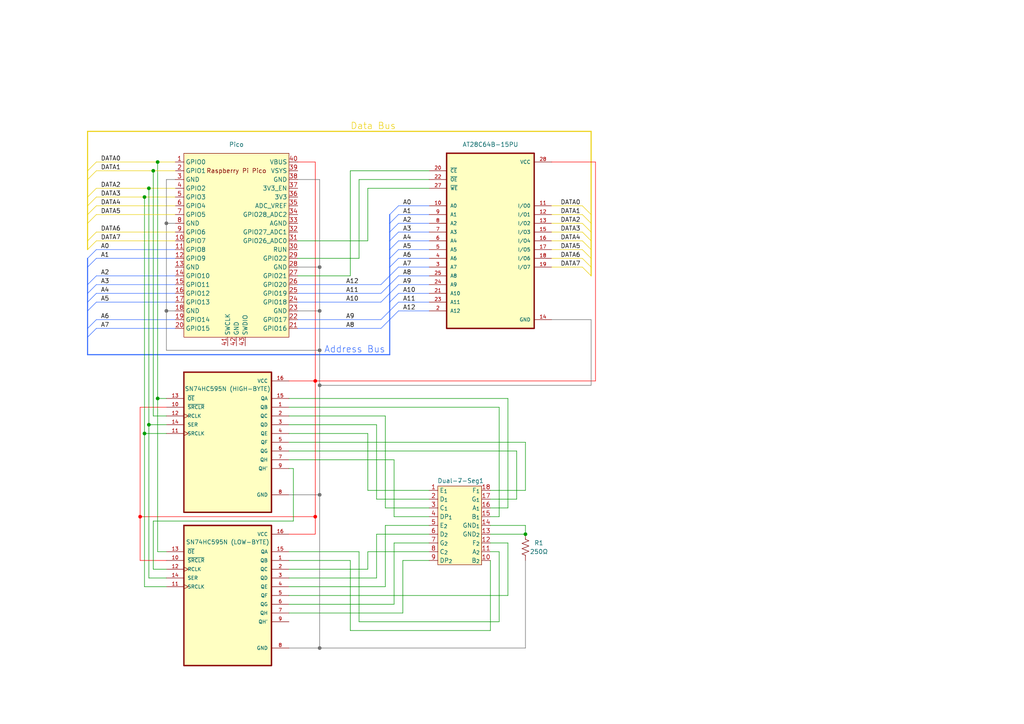
<source format=kicad_sch>
(kicad_sch
	(version 20231120)
	(generator "eeschema")
	(generator_version "8.0")
	(uuid "5a2f8960-3a2d-4fb3-8f1d-31afa13e1135")
	(paper "A4")
	(title_block
		(title "Drako")
		(date "2025-01-03")
		(rev "1")
		(company "Quarter Project")
		(comment 1 "Access Controls & Covert Channels")
		(comment 2 "CyberStorm Challenge")
	)
	(lib_symbols
		(symbol "AT28C64B-15PU:AT28C64B-15PU"
			(pin_names
				(offset 1.016)
			)
			(exclude_from_sim no)
			(in_bom yes)
			(on_board yes)
			(property "Reference" "U"
				(at -12.7 26.4 0)
				(effects
					(font
						(size 1.27 1.27)
					)
					(justify left bottom)
				)
			)
			(property "Value" "AT28C64B-15PU"
				(at -12.7 -29.4 0)
				(effects
					(font
						(size 1.27 1.27)
					)
					(justify left bottom)
				)
			)
			(property "Footprint" "AT28C64B-15PU:DIP1555W45P254L3733H482Q28"
				(at 0 0 0)
				(effects
					(font
						(size 1.27 1.27)
					)
					(justify bottom)
					(hide yes)
				)
			)
			(property "Datasheet" ""
				(at 0 0 0)
				(effects
					(font
						(size 1.27 1.27)
					)
					(hide yes)
				)
			)
			(property "Description" ""
				(at 0 0 0)
				(effects
					(font
						(size 1.27 1.27)
					)
					(hide yes)
				)
			)
			(property "MF" "Microchip"
				(at 0 0 0)
				(effects
					(font
						(size 1.27 1.27)
					)
					(justify bottom)
					(hide yes)
				)
			)
			(property "MAXIMUM_PACKAGE_HEIGHT" "4.826 mm"
				(at 0 0 0)
				(effects
					(font
						(size 1.27 1.27)
					)
					(justify bottom)
					(hide yes)
				)
			)
			(property "Package" "DIP-28 Atmel"
				(at 0 0 0)
				(effects
					(font
						(size 1.27 1.27)
					)
					(justify bottom)
					(hide yes)
				)
			)
			(property "Price" "None"
				(at 0 0 0)
				(effects
					(font
						(size 1.27 1.27)
					)
					(justify bottom)
					(hide yes)
				)
			)
			(property "Check_prices" "https://www.snapeda.com/parts/AT28C64B-15PU/Microchip/view-part/?ref=eda"
				(at 0 0 0)
				(effects
					(font
						(size 1.27 1.27)
					)
					(justify bottom)
					(hide yes)
				)
			)
			(property "STANDARD" "IPC 7351B"
				(at 0 0 0)
				(effects
					(font
						(size 1.27 1.27)
					)
					(justify bottom)
					(hide yes)
				)
			)
			(property "PARTREV" "B"
				(at 0 0 0)
				(effects
					(font
						(size 1.27 1.27)
					)
					(justify bottom)
					(hide yes)
				)
			)
			(property "SnapEDA_Link" "https://www.snapeda.com/parts/AT28C64B-15PU/Microchip/view-part/?ref=snap"
				(at 0 0 0)
				(effects
					(font
						(size 1.27 1.27)
					)
					(justify bottom)
					(hide yes)
				)
			)
			(property "MP" "AT28C64B-15PU"
				(at 0 0 0)
				(effects
					(font
						(size 1.27 1.27)
					)
					(justify bottom)
					(hide yes)
				)
			)
			(property "Purchase-URL" "https://www.snapeda.com/api/url_track_click_mouser/?unipart_id=290407&manufacturer=Microchip&part_name=AT28C64B-15PU&search_term=at28c64"
				(at 0 0 0)
				(effects
					(font
						(size 1.27 1.27)
					)
					(justify bottom)
					(hide yes)
				)
			)
			(property "Description_1" "\nAT28C64B-15PU Parallel EEPROM Memory, 64kbit, 150ns, 4.5 to 5.5 V 28-Pin PDIP | Microchip Technology Inc. AT28C64B-15PU\n"
				(at 0 0 0)
				(effects
					(font
						(size 1.27 1.27)
					)
					(justify bottom)
					(hide yes)
				)
			)
			(property "Availability" "In Stock"
				(at 0 0 0)
				(effects
					(font
						(size 1.27 1.27)
					)
					(justify bottom)
					(hide yes)
				)
			)
			(property "MANUFACTURER" "Microchip Technology"
				(at 0 0 0)
				(effects
					(font
						(size 1.27 1.27)
					)
					(justify bottom)
					(hide yes)
				)
			)
			(symbol "AT28C64B-15PU_0_0"
				(rectangle
					(start -12.7 -25.4)
					(end 12.7 25.4)
					(stroke
						(width 0.41)
						(type default)
					)
					(fill
						(type background)
					)
				)
				(pin input line
					(at -17.78 10.16 0)
					(length 5.08)
					(name "A0"
						(effects
							(font
								(size 1.016 1.016)
							)
						)
					)
					(number "10"
						(effects
							(font
								(size 1.016 1.016)
							)
						)
					)
				)
				(pin bidirectional line
					(at 17.78 10.16 180)
					(length 5.08)
					(name "I/O0"
						(effects
							(font
								(size 1.016 1.016)
							)
						)
					)
					(number "11"
						(effects
							(font
								(size 1.016 1.016)
							)
						)
					)
				)
				(pin bidirectional line
					(at 17.78 7.62 180)
					(length 5.08)
					(name "I/O1"
						(effects
							(font
								(size 1.016 1.016)
							)
						)
					)
					(number "12"
						(effects
							(font
								(size 1.016 1.016)
							)
						)
					)
				)
				(pin bidirectional line
					(at 17.78 5.08 180)
					(length 5.08)
					(name "I/O2"
						(effects
							(font
								(size 1.016 1.016)
							)
						)
					)
					(number "13"
						(effects
							(font
								(size 1.016 1.016)
							)
						)
					)
				)
				(pin power_in line
					(at 17.78 -22.86 180)
					(length 5.08)
					(name "GND"
						(effects
							(font
								(size 1.016 1.016)
							)
						)
					)
					(number "14"
						(effects
							(font
								(size 1.016 1.016)
							)
						)
					)
				)
				(pin bidirectional line
					(at 17.78 2.54 180)
					(length 5.08)
					(name "I/O3"
						(effects
							(font
								(size 1.016 1.016)
							)
						)
					)
					(number "15"
						(effects
							(font
								(size 1.016 1.016)
							)
						)
					)
				)
				(pin bidirectional line
					(at 17.78 0 180)
					(length 5.08)
					(name "I/O4"
						(effects
							(font
								(size 1.016 1.016)
							)
						)
					)
					(number "16"
						(effects
							(font
								(size 1.016 1.016)
							)
						)
					)
				)
				(pin bidirectional line
					(at 17.78 -2.54 180)
					(length 5.08)
					(name "I/O5"
						(effects
							(font
								(size 1.016 1.016)
							)
						)
					)
					(number "17"
						(effects
							(font
								(size 1.016 1.016)
							)
						)
					)
				)
				(pin bidirectional line
					(at 17.78 -5.08 180)
					(length 5.08)
					(name "I/O6"
						(effects
							(font
								(size 1.016 1.016)
							)
						)
					)
					(number "18"
						(effects
							(font
								(size 1.016 1.016)
							)
						)
					)
				)
				(pin bidirectional line
					(at 17.78 -7.62 180)
					(length 5.08)
					(name "I/O7"
						(effects
							(font
								(size 1.016 1.016)
							)
						)
					)
					(number "19"
						(effects
							(font
								(size 1.016 1.016)
							)
						)
					)
				)
				(pin input line
					(at -17.78 -20.32 0)
					(length 5.08)
					(name "A12"
						(effects
							(font
								(size 1.016 1.016)
							)
						)
					)
					(number "2"
						(effects
							(font
								(size 1.016 1.016)
							)
						)
					)
				)
				(pin input line
					(at -17.78 20.32 0)
					(length 5.08)
					(name "~{CE}"
						(effects
							(font
								(size 1.016 1.016)
							)
						)
					)
					(number "20"
						(effects
							(font
								(size 1.016 1.016)
							)
						)
					)
				)
				(pin input line
					(at -17.78 -15.24 0)
					(length 5.08)
					(name "A10"
						(effects
							(font
								(size 1.016 1.016)
							)
						)
					)
					(number "21"
						(effects
							(font
								(size 1.016 1.016)
							)
						)
					)
				)
				(pin input line
					(at -17.78 17.78 0)
					(length 5.08)
					(name "~{OE}"
						(effects
							(font
								(size 1.016 1.016)
							)
						)
					)
					(number "22"
						(effects
							(font
								(size 1.016 1.016)
							)
						)
					)
				)
				(pin input line
					(at -17.78 -17.78 0)
					(length 5.08)
					(name "A11"
						(effects
							(font
								(size 1.016 1.016)
							)
						)
					)
					(number "23"
						(effects
							(font
								(size 1.016 1.016)
							)
						)
					)
				)
				(pin input line
					(at -17.78 -12.7 0)
					(length 5.08)
					(name "A9"
						(effects
							(font
								(size 1.016 1.016)
							)
						)
					)
					(number "24"
						(effects
							(font
								(size 1.016 1.016)
							)
						)
					)
				)
				(pin input line
					(at -17.78 -10.16 0)
					(length 5.08)
					(name "A8"
						(effects
							(font
								(size 1.016 1.016)
							)
						)
					)
					(number "25"
						(effects
							(font
								(size 1.016 1.016)
							)
						)
					)
				)
				(pin input line
					(at -17.78 15.24 0)
					(length 5.08)
					(name "~{WE}"
						(effects
							(font
								(size 1.016 1.016)
							)
						)
					)
					(number "27"
						(effects
							(font
								(size 1.016 1.016)
							)
						)
					)
				)
				(pin power_in line
					(at 17.78 22.86 180)
					(length 5.08)
					(name "VCC"
						(effects
							(font
								(size 1.016 1.016)
							)
						)
					)
					(number "28"
						(effects
							(font
								(size 1.016 1.016)
							)
						)
					)
				)
				(pin input line
					(at -17.78 -7.62 0)
					(length 5.08)
					(name "A7"
						(effects
							(font
								(size 1.016 1.016)
							)
						)
					)
					(number "3"
						(effects
							(font
								(size 1.016 1.016)
							)
						)
					)
				)
				(pin input line
					(at -17.78 -5.08 0)
					(length 5.08)
					(name "A6"
						(effects
							(font
								(size 1.016 1.016)
							)
						)
					)
					(number "4"
						(effects
							(font
								(size 1.016 1.016)
							)
						)
					)
				)
				(pin input line
					(at -17.78 -2.54 0)
					(length 5.08)
					(name "A5"
						(effects
							(font
								(size 1.016 1.016)
							)
						)
					)
					(number "5"
						(effects
							(font
								(size 1.016 1.016)
							)
						)
					)
				)
				(pin input line
					(at -17.78 0 0)
					(length 5.08)
					(name "A4"
						(effects
							(font
								(size 1.016 1.016)
							)
						)
					)
					(number "6"
						(effects
							(font
								(size 1.016 1.016)
							)
						)
					)
				)
				(pin input line
					(at -17.78 2.54 0)
					(length 5.08)
					(name "A3"
						(effects
							(font
								(size 1.016 1.016)
							)
						)
					)
					(number "7"
						(effects
							(font
								(size 1.016 1.016)
							)
						)
					)
				)
				(pin input line
					(at -17.78 5.08 0)
					(length 5.08)
					(name "A2"
						(effects
							(font
								(size 1.016 1.016)
							)
						)
					)
					(number "8"
						(effects
							(font
								(size 1.016 1.016)
							)
						)
					)
				)
				(pin input line
					(at -17.78 7.62 0)
					(length 5.08)
					(name "A1"
						(effects
							(font
								(size 1.016 1.016)
							)
						)
					)
					(number "9"
						(effects
							(font
								(size 1.016 1.016)
							)
						)
					)
				)
			)
		)
		(symbol "Device:R_US"
			(pin_numbers hide)
			(pin_names
				(offset 0)
			)
			(exclude_from_sim no)
			(in_bom yes)
			(on_board yes)
			(property "Reference" "R"
				(at 2.54 0 90)
				(effects
					(font
						(size 1.27 1.27)
					)
				)
			)
			(property "Value" "R_US"
				(at -2.54 0 90)
				(effects
					(font
						(size 1.27 1.27)
					)
				)
			)
			(property "Footprint" ""
				(at 1.016 -0.254 90)
				(effects
					(font
						(size 1.27 1.27)
					)
					(hide yes)
				)
			)
			(property "Datasheet" "~"
				(at 0 0 0)
				(effects
					(font
						(size 1.27 1.27)
					)
					(hide yes)
				)
			)
			(property "Description" "Resistor, US symbol"
				(at 0 0 0)
				(effects
					(font
						(size 1.27 1.27)
					)
					(hide yes)
				)
			)
			(property "ki_keywords" "R res resistor"
				(at 0 0 0)
				(effects
					(font
						(size 1.27 1.27)
					)
					(hide yes)
				)
			)
			(property "ki_fp_filters" "R_*"
				(at 0 0 0)
				(effects
					(font
						(size 1.27 1.27)
					)
					(hide yes)
				)
			)
			(symbol "R_US_0_1"
				(polyline
					(pts
						(xy 0 -2.286) (xy 0 -2.54)
					)
					(stroke
						(width 0)
						(type default)
					)
					(fill
						(type none)
					)
				)
				(polyline
					(pts
						(xy 0 2.286) (xy 0 2.54)
					)
					(stroke
						(width 0)
						(type default)
					)
					(fill
						(type none)
					)
				)
				(polyline
					(pts
						(xy 0 -0.762) (xy 1.016 -1.143) (xy 0 -1.524) (xy -1.016 -1.905) (xy 0 -2.286)
					)
					(stroke
						(width 0)
						(type default)
					)
					(fill
						(type none)
					)
				)
				(polyline
					(pts
						(xy 0 0.762) (xy 1.016 0.381) (xy 0 0) (xy -1.016 -0.381) (xy 0 -0.762)
					)
					(stroke
						(width 0)
						(type default)
					)
					(fill
						(type none)
					)
				)
				(polyline
					(pts
						(xy 0 2.286) (xy 1.016 1.905) (xy 0 1.524) (xy -1.016 1.143) (xy 0 0.762)
					)
					(stroke
						(width 0)
						(type default)
					)
					(fill
						(type none)
					)
				)
			)
			(symbol "R_US_1_1"
				(pin passive line
					(at 0 3.81 270)
					(length 1.27)
					(name "~"
						(effects
							(font
								(size 1.27 1.27)
							)
						)
					)
					(number "1"
						(effects
							(font
								(size 1.27 1.27)
							)
						)
					)
				)
				(pin passive line
					(at 0 -3.81 90)
					(length 1.27)
					(name "~"
						(effects
							(font
								(size 1.27 1.27)
							)
						)
					)
					(number "2"
						(effects
							(font
								(size 1.27 1.27)
							)
						)
					)
				)
			)
		)
		(symbol "LDD-C514RI:LDD-C514RI"
			(exclude_from_sim no)
			(in_bom yes)
			(on_board yes)
			(property "Reference" "Dual 7-Seg1"
				(at 6.604 1.524 0)
				(effects
					(font
						(size 1.27 1.27)
					)
				)
			)
			(property "Value" "~"
				(at 6.35 1.27 0)
				(effects
					(font
						(size 1.27 1.27)
					)
				)
			)
			(property "Footprint" ""
				(at 0 0 0)
				(effects
					(font
						(size 1.27 1.27)
					)
					(hide yes)
				)
			)
			(property "Datasheet" ""
				(at 0 0 0)
				(effects
					(font
						(size 1.27 1.27)
					)
					(hide yes)
				)
			)
			(property "Description" ""
				(at 0 0 0)
				(effects
					(font
						(size 1.27 1.27)
					)
					(hide yes)
				)
			)
			(symbol "LDD-C514RI_1_1"
				(rectangle
					(start 0 0)
					(end 12.7 -22.86)
					(stroke
						(width 0)
						(type default)
					)
					(fill
						(type background)
					)
				)
				(pin input line
					(at -2.54 -1.27 0)
					(length 2.54)
					(name "E_{1}"
						(effects
							(font
								(size 1.27 1.27)
							)
						)
					)
					(number "1"
						(effects
							(font
								(size 1.27 1.27)
							)
						)
					)
				)
				(pin input line
					(at 15.24 -21.59 180)
					(length 2.54)
					(name "B_{2}"
						(effects
							(font
								(size 1.27 1.27)
							)
						)
					)
					(number "10"
						(effects
							(font
								(size 1.27 1.27)
							)
						)
					)
				)
				(pin input line
					(at 15.24 -19.05 180)
					(length 2.54)
					(name "A_{2}"
						(effects
							(font
								(size 1.27 1.27)
							)
						)
					)
					(number "11"
						(effects
							(font
								(size 1.27 1.27)
							)
						)
					)
				)
				(pin input line
					(at 15.24 -16.51 180)
					(length 2.54)
					(name "F_{2}"
						(effects
							(font
								(size 1.27 1.27)
							)
						)
					)
					(number "12"
						(effects
							(font
								(size 1.27 1.27)
							)
						)
					)
				)
				(pin input line
					(at 15.24 -13.97 180)
					(length 2.54)
					(name "GND_{2}"
						(effects
							(font
								(size 1.27 1.27)
							)
						)
					)
					(number "13"
						(effects
							(font
								(size 1.27 1.27)
							)
						)
					)
				)
				(pin input line
					(at 15.24 -11.43 180)
					(length 2.54)
					(name "GND_{1}"
						(effects
							(font
								(size 1.27 1.27)
							)
						)
					)
					(number "14"
						(effects
							(font
								(size 1.27 1.27)
							)
						)
					)
				)
				(pin input line
					(at 15.24 -8.89 180)
					(length 2.54)
					(name "B_{1}"
						(effects
							(font
								(size 1.27 1.27)
							)
						)
					)
					(number "15"
						(effects
							(font
								(size 1.27 1.27)
							)
						)
					)
				)
				(pin input line
					(at 15.24 -6.35 180)
					(length 2.54)
					(name "A_{1}"
						(effects
							(font
								(size 1.27 1.27)
							)
						)
					)
					(number "16"
						(effects
							(font
								(size 1.27 1.27)
							)
						)
					)
				)
				(pin input line
					(at 15.24 -3.81 180)
					(length 2.54)
					(name "G_{1}"
						(effects
							(font
								(size 1.27 1.27)
							)
						)
					)
					(number "17"
						(effects
							(font
								(size 1.27 1.27)
							)
						)
					)
				)
				(pin input line
					(at 15.24 -1.27 180)
					(length 2.54)
					(name "F_{1}"
						(effects
							(font
								(size 1.27 1.27)
							)
						)
					)
					(number "18"
						(effects
							(font
								(size 1.27 1.27)
							)
						)
					)
				)
				(pin input line
					(at -2.54 -3.81 0)
					(length 2.54)
					(name "D_{1}"
						(effects
							(font
								(size 1.27 1.27)
							)
						)
					)
					(number "2"
						(effects
							(font
								(size 1.27 1.27)
							)
						)
					)
				)
				(pin input line
					(at -2.54 -6.35 0)
					(length 2.54)
					(name "C_{1}"
						(effects
							(font
								(size 1.27 1.27)
							)
						)
					)
					(number "3"
						(effects
							(font
								(size 1.27 1.27)
							)
						)
					)
				)
				(pin input line
					(at -2.54 -8.89 0)
					(length 2.54)
					(name "DP_{1}"
						(effects
							(font
								(size 1.27 1.27)
							)
						)
					)
					(number "4"
						(effects
							(font
								(size 1.27 1.27)
							)
						)
					)
				)
				(pin input line
					(at -2.54 -11.43 0)
					(length 2.54)
					(name "E_{2}"
						(effects
							(font
								(size 1.27 1.27)
							)
						)
					)
					(number "5"
						(effects
							(font
								(size 1.27 1.27)
							)
						)
					)
				)
				(pin input line
					(at -2.54 -13.97 0)
					(length 2.54)
					(name "D_{2}"
						(effects
							(font
								(size 1.27 1.27)
							)
						)
					)
					(number "6"
						(effects
							(font
								(size 1.27 1.27)
							)
						)
					)
				)
				(pin input line
					(at -2.54 -16.51 0)
					(length 2.54)
					(name "G_{2}"
						(effects
							(font
								(size 1.27 1.27)
							)
						)
					)
					(number "7"
						(effects
							(font
								(size 1.27 1.27)
							)
						)
					)
				)
				(pin input line
					(at -2.54 -19.05 0)
					(length 2.54)
					(name "C_{2}"
						(effects
							(font
								(size 1.27 1.27)
							)
						)
					)
					(number "8"
						(effects
							(font
								(size 1.27 1.27)
							)
						)
					)
				)
				(pin input line
					(at -2.54 -21.59 0)
					(length 2.54)
					(name "DP_{2}"
						(effects
							(font
								(size 1.27 1.27)
							)
						)
					)
					(number "9"
						(effects
							(font
								(size 1.27 1.27)
							)
						)
					)
				)
			)
		)
		(symbol "MCU_RaspberryPi_and_Boards:Pico"
			(exclude_from_sim no)
			(in_bom yes)
			(on_board yes)
			(property "Reference" "U"
				(at -13.97 27.94 0)
				(effects
					(font
						(size 1.27 1.27)
					)
				)
			)
			(property "Value" "Pico"
				(at 0 19.05 0)
				(effects
					(font
						(size 1.27 1.27)
					)
				)
			)
			(property "Footprint" "RPi_Pico:RPi_Pico_SMD_TH"
				(at 0 0 90)
				(effects
					(font
						(size 1.27 1.27)
					)
					(hide yes)
				)
			)
			(property "Datasheet" ""
				(at 0 0 0)
				(effects
					(font
						(size 1.27 1.27)
					)
					(hide yes)
				)
			)
			(property "Description" ""
				(at 0 0 0)
				(effects
					(font
						(size 1.27 1.27)
					)
					(hide yes)
				)
			)
			(symbol "Pico_0_0"
				(text "Raspberry Pi Pico"
					(at 0 21.59 0)
					(effects
						(font
							(size 1.27 1.27)
						)
					)
				)
			)
			(symbol "Pico_0_1"
				(rectangle
					(start -15.24 26.67)
					(end 15.24 -26.67)
					(stroke
						(width 0)
						(type default)
					)
					(fill
						(type background)
					)
				)
			)
			(symbol "Pico_1_1"
				(pin bidirectional line
					(at -17.78 24.13 0)
					(length 2.54)
					(name "GPIO0"
						(effects
							(font
								(size 1.27 1.27)
							)
						)
					)
					(number "1"
						(effects
							(font
								(size 1.27 1.27)
							)
						)
					)
				)
				(pin bidirectional line
					(at -17.78 1.27 0)
					(length 2.54)
					(name "GPIO7"
						(effects
							(font
								(size 1.27 1.27)
							)
						)
					)
					(number "10"
						(effects
							(font
								(size 1.27 1.27)
							)
						)
					)
				)
				(pin bidirectional line
					(at -17.78 -1.27 0)
					(length 2.54)
					(name "GPIO8"
						(effects
							(font
								(size 1.27 1.27)
							)
						)
					)
					(number "11"
						(effects
							(font
								(size 1.27 1.27)
							)
						)
					)
				)
				(pin bidirectional line
					(at -17.78 -3.81 0)
					(length 2.54)
					(name "GPIO9"
						(effects
							(font
								(size 1.27 1.27)
							)
						)
					)
					(number "12"
						(effects
							(font
								(size 1.27 1.27)
							)
						)
					)
				)
				(pin power_in line
					(at -17.78 -6.35 0)
					(length 2.54)
					(name "GND"
						(effects
							(font
								(size 1.27 1.27)
							)
						)
					)
					(number "13"
						(effects
							(font
								(size 1.27 1.27)
							)
						)
					)
				)
				(pin bidirectional line
					(at -17.78 -8.89 0)
					(length 2.54)
					(name "GPIO10"
						(effects
							(font
								(size 1.27 1.27)
							)
						)
					)
					(number "14"
						(effects
							(font
								(size 1.27 1.27)
							)
						)
					)
				)
				(pin bidirectional line
					(at -17.78 -11.43 0)
					(length 2.54)
					(name "GPIO11"
						(effects
							(font
								(size 1.27 1.27)
							)
						)
					)
					(number "15"
						(effects
							(font
								(size 1.27 1.27)
							)
						)
					)
				)
				(pin bidirectional line
					(at -17.78 -13.97 0)
					(length 2.54)
					(name "GPIO12"
						(effects
							(font
								(size 1.27 1.27)
							)
						)
					)
					(number "16"
						(effects
							(font
								(size 1.27 1.27)
							)
						)
					)
				)
				(pin bidirectional line
					(at -17.78 -16.51 0)
					(length 2.54)
					(name "GPIO13"
						(effects
							(font
								(size 1.27 1.27)
							)
						)
					)
					(number "17"
						(effects
							(font
								(size 1.27 1.27)
							)
						)
					)
				)
				(pin power_in line
					(at -17.78 -19.05 0)
					(length 2.54)
					(name "GND"
						(effects
							(font
								(size 1.27 1.27)
							)
						)
					)
					(number "18"
						(effects
							(font
								(size 1.27 1.27)
							)
						)
					)
				)
				(pin bidirectional line
					(at -17.78 -21.59 0)
					(length 2.54)
					(name "GPIO14"
						(effects
							(font
								(size 1.27 1.27)
							)
						)
					)
					(number "19"
						(effects
							(font
								(size 1.27 1.27)
							)
						)
					)
				)
				(pin bidirectional line
					(at -17.78 21.59 0)
					(length 2.54)
					(name "GPIO1"
						(effects
							(font
								(size 1.27 1.27)
							)
						)
					)
					(number "2"
						(effects
							(font
								(size 1.27 1.27)
							)
						)
					)
				)
				(pin bidirectional line
					(at -17.78 -24.13 0)
					(length 2.54)
					(name "GPIO15"
						(effects
							(font
								(size 1.27 1.27)
							)
						)
					)
					(number "20"
						(effects
							(font
								(size 1.27 1.27)
							)
						)
					)
				)
				(pin bidirectional line
					(at 17.78 -24.13 180)
					(length 2.54)
					(name "GPIO16"
						(effects
							(font
								(size 1.27 1.27)
							)
						)
					)
					(number "21"
						(effects
							(font
								(size 1.27 1.27)
							)
						)
					)
				)
				(pin bidirectional line
					(at 17.78 -21.59 180)
					(length 2.54)
					(name "GPIO17"
						(effects
							(font
								(size 1.27 1.27)
							)
						)
					)
					(number "22"
						(effects
							(font
								(size 1.27 1.27)
							)
						)
					)
				)
				(pin power_in line
					(at 17.78 -19.05 180)
					(length 2.54)
					(name "GND"
						(effects
							(font
								(size 1.27 1.27)
							)
						)
					)
					(number "23"
						(effects
							(font
								(size 1.27 1.27)
							)
						)
					)
				)
				(pin bidirectional line
					(at 17.78 -16.51 180)
					(length 2.54)
					(name "GPIO18"
						(effects
							(font
								(size 1.27 1.27)
							)
						)
					)
					(number "24"
						(effects
							(font
								(size 1.27 1.27)
							)
						)
					)
				)
				(pin bidirectional line
					(at 17.78 -13.97 180)
					(length 2.54)
					(name "GPIO19"
						(effects
							(font
								(size 1.27 1.27)
							)
						)
					)
					(number "25"
						(effects
							(font
								(size 1.27 1.27)
							)
						)
					)
				)
				(pin bidirectional line
					(at 17.78 -11.43 180)
					(length 2.54)
					(name "GPIO20"
						(effects
							(font
								(size 1.27 1.27)
							)
						)
					)
					(number "26"
						(effects
							(font
								(size 1.27 1.27)
							)
						)
					)
				)
				(pin bidirectional line
					(at 17.78 -8.89 180)
					(length 2.54)
					(name "GPIO21"
						(effects
							(font
								(size 1.27 1.27)
							)
						)
					)
					(number "27"
						(effects
							(font
								(size 1.27 1.27)
							)
						)
					)
				)
				(pin power_in line
					(at 17.78 -6.35 180)
					(length 2.54)
					(name "GND"
						(effects
							(font
								(size 1.27 1.27)
							)
						)
					)
					(number "28"
						(effects
							(font
								(size 1.27 1.27)
							)
						)
					)
				)
				(pin bidirectional line
					(at 17.78 -3.81 180)
					(length 2.54)
					(name "GPIO22"
						(effects
							(font
								(size 1.27 1.27)
							)
						)
					)
					(number "29"
						(effects
							(font
								(size 1.27 1.27)
							)
						)
					)
				)
				(pin power_in line
					(at -17.78 19.05 0)
					(length 2.54)
					(name "GND"
						(effects
							(font
								(size 1.27 1.27)
							)
						)
					)
					(number "3"
						(effects
							(font
								(size 1.27 1.27)
							)
						)
					)
				)
				(pin input line
					(at 17.78 -1.27 180)
					(length 2.54)
					(name "RUN"
						(effects
							(font
								(size 1.27 1.27)
							)
						)
					)
					(number "30"
						(effects
							(font
								(size 1.27 1.27)
							)
						)
					)
				)
				(pin bidirectional line
					(at 17.78 1.27 180)
					(length 2.54)
					(name "GPIO26_ADC0"
						(effects
							(font
								(size 1.27 1.27)
							)
						)
					)
					(number "31"
						(effects
							(font
								(size 1.27 1.27)
							)
						)
					)
				)
				(pin bidirectional line
					(at 17.78 3.81 180)
					(length 2.54)
					(name "GPIO27_ADC1"
						(effects
							(font
								(size 1.27 1.27)
							)
						)
					)
					(number "32"
						(effects
							(font
								(size 1.27 1.27)
							)
						)
					)
				)
				(pin power_in line
					(at 17.78 6.35 180)
					(length 2.54)
					(name "AGND"
						(effects
							(font
								(size 1.27 1.27)
							)
						)
					)
					(number "33"
						(effects
							(font
								(size 1.27 1.27)
							)
						)
					)
				)
				(pin bidirectional line
					(at 17.78 8.89 180)
					(length 2.54)
					(name "GPIO28_ADC2"
						(effects
							(font
								(size 1.27 1.27)
							)
						)
					)
					(number "34"
						(effects
							(font
								(size 1.27 1.27)
							)
						)
					)
				)
				(pin power_in line
					(at 17.78 11.43 180)
					(length 2.54)
					(name "ADC_VREF"
						(effects
							(font
								(size 1.27 1.27)
							)
						)
					)
					(number "35"
						(effects
							(font
								(size 1.27 1.27)
							)
						)
					)
				)
				(pin power_in line
					(at 17.78 13.97 180)
					(length 2.54)
					(name "3V3"
						(effects
							(font
								(size 1.27 1.27)
							)
						)
					)
					(number "36"
						(effects
							(font
								(size 1.27 1.27)
							)
						)
					)
				)
				(pin input line
					(at 17.78 16.51 180)
					(length 2.54)
					(name "3V3_EN"
						(effects
							(font
								(size 1.27 1.27)
							)
						)
					)
					(number "37"
						(effects
							(font
								(size 1.27 1.27)
							)
						)
					)
				)
				(pin bidirectional line
					(at 17.78 19.05 180)
					(length 2.54)
					(name "GND"
						(effects
							(font
								(size 1.27 1.27)
							)
						)
					)
					(number "38"
						(effects
							(font
								(size 1.27 1.27)
							)
						)
					)
				)
				(pin power_in line
					(at 17.78 21.59 180)
					(length 2.54)
					(name "VSYS"
						(effects
							(font
								(size 1.27 1.27)
							)
						)
					)
					(number "39"
						(effects
							(font
								(size 1.27 1.27)
							)
						)
					)
				)
				(pin bidirectional line
					(at -17.78 16.51 0)
					(length 2.54)
					(name "GPIO2"
						(effects
							(font
								(size 1.27 1.27)
							)
						)
					)
					(number "4"
						(effects
							(font
								(size 1.27 1.27)
							)
						)
					)
				)
				(pin power_in line
					(at 17.78 24.13 180)
					(length 2.54)
					(name "VBUS"
						(effects
							(font
								(size 1.27 1.27)
							)
						)
					)
					(number "40"
						(effects
							(font
								(size 1.27 1.27)
							)
						)
					)
				)
				(pin input line
					(at -2.54 -29.21 90)
					(length 2.54)
					(name "SWCLK"
						(effects
							(font
								(size 1.27 1.27)
							)
						)
					)
					(number "41"
						(effects
							(font
								(size 1.27 1.27)
							)
						)
					)
				)
				(pin power_in line
					(at 0 -29.21 90)
					(length 2.54)
					(name "GND"
						(effects
							(font
								(size 1.27 1.27)
							)
						)
					)
					(number "42"
						(effects
							(font
								(size 1.27 1.27)
							)
						)
					)
				)
				(pin bidirectional line
					(at 2.54 -29.21 90)
					(length 2.54)
					(name "SWDIO"
						(effects
							(font
								(size 1.27 1.27)
							)
						)
					)
					(number "43"
						(effects
							(font
								(size 1.27 1.27)
							)
						)
					)
				)
				(pin bidirectional line
					(at -17.78 13.97 0)
					(length 2.54)
					(name "GPIO3"
						(effects
							(font
								(size 1.27 1.27)
							)
						)
					)
					(number "5"
						(effects
							(font
								(size 1.27 1.27)
							)
						)
					)
				)
				(pin bidirectional line
					(at -17.78 11.43 0)
					(length 2.54)
					(name "GPIO4"
						(effects
							(font
								(size 1.27 1.27)
							)
						)
					)
					(number "6"
						(effects
							(font
								(size 1.27 1.27)
							)
						)
					)
				)
				(pin bidirectional line
					(at -17.78 8.89 0)
					(length 2.54)
					(name "GPIO5"
						(effects
							(font
								(size 1.27 1.27)
							)
						)
					)
					(number "7"
						(effects
							(font
								(size 1.27 1.27)
							)
						)
					)
				)
				(pin power_in line
					(at -17.78 6.35 0)
					(length 2.54)
					(name "GND"
						(effects
							(font
								(size 1.27 1.27)
							)
						)
					)
					(number "8"
						(effects
							(font
								(size 1.27 1.27)
							)
						)
					)
				)
				(pin bidirectional line
					(at -17.78 3.81 0)
					(length 2.54)
					(name "GPIO6"
						(effects
							(font
								(size 1.27 1.27)
							)
						)
					)
					(number "9"
						(effects
							(font
								(size 1.27 1.27)
							)
						)
					)
				)
			)
		)
		(symbol "SN74HC595N:SN74HC595N"
			(pin_names
				(offset 1.016)
			)
			(exclude_from_sim no)
			(in_bom yes)
			(on_board yes)
			(property "Reference" "U"
				(at -12.7 21.32 0)
				(effects
					(font
						(size 1.27 1.27)
					)
					(justify left bottom)
				)
			)
			(property "Value" "SN74HC595N"
				(at -12.7 -24.32 0)
				(effects
					(font
						(size 1.27 1.27)
					)
					(justify left bottom)
				)
			)
			(property "Footprint" "SN74HC595N:DIP794W45P254L1969H508Q16"
				(at 0 0 0)
				(effects
					(font
						(size 1.27 1.27)
					)
					(justify bottom)
					(hide yes)
				)
			)
			(property "Datasheet" ""
				(at 0 0 0)
				(effects
					(font
						(size 1.27 1.27)
					)
					(hide yes)
				)
			)
			(property "Description" ""
				(at 0 0 0)
				(effects
					(font
						(size 1.27 1.27)
					)
					(hide yes)
				)
			)
			(property "DigiKey_Part_Number" "296-1600-5-ND"
				(at 0 0 0)
				(effects
					(font
						(size 1.27 1.27)
					)
					(justify bottom)
					(hide yes)
				)
			)
			(property "MF" "Texas Instruments"
				(at 0 0 0)
				(effects
					(font
						(size 1.27 1.27)
					)
					(justify bottom)
					(hide yes)
				)
			)
			(property "Purchase-URL" "https://www.snapeda.com/api/url_track_click_mouser/?unipart_id=44932&manufacturer=Texas Instruments&part_name=SN74HC595N&search_term=sn74hc595n"
				(at 0 0 0)
				(effects
					(font
						(size 1.27 1.27)
					)
					(justify bottom)
					(hide yes)
				)
			)
			(property "Package" "PDIP-16 Texas Instruments"
				(at 0 0 0)
				(effects
					(font
						(size 1.27 1.27)
					)
					(justify bottom)
					(hide yes)
				)
			)
			(property "SnapEDA_Link" "https://www.snapeda.com/parts/SN74HC595N/Texas+Instruments/view-part/?ref=snap"
				(at 0 0 0)
				(effects
					(font
						(size 1.27 1.27)
					)
					(justify bottom)
					(hide yes)
				)
			)
			(property "MP" "SN74HC595N"
				(at 0 0 0)
				(effects
					(font
						(size 1.27 1.27)
					)
					(justify bottom)
					(hide yes)
				)
			)
			(property "Description_1" "\n8-bit shift registers with 3-state output registers\n"
				(at 0 0 0)
				(effects
					(font
						(size 1.27 1.27)
					)
					(justify bottom)
					(hide yes)
				)
			)
			(property "Check_prices" "https://www.snapeda.com/parts/SN74HC595N/Texas+Instruments/view-part/?ref=eda"
				(at 0 0 0)
				(effects
					(font
						(size 1.27 1.27)
					)
					(justify bottom)
					(hide yes)
				)
			)
			(symbol "SN74HC595N_0_0"
				(rectangle
					(start -12.7 -20.32)
					(end 12.7 20.32)
					(stroke
						(width 0.41)
						(type default)
					)
					(fill
						(type background)
					)
				)
				(pin output line
					(at 17.78 10.16 180)
					(length 5.08)
					(name "QB"
						(effects
							(font
								(size 1.016 1.016)
							)
						)
					)
					(number "1"
						(effects
							(font
								(size 1.016 1.016)
							)
						)
					)
				)
				(pin input line
					(at -17.78 10.16 0)
					(length 5.08)
					(name "~{SRCLR}"
						(effects
							(font
								(size 1.016 1.016)
							)
						)
					)
					(number "10"
						(effects
							(font
								(size 1.016 1.016)
							)
						)
					)
				)
				(pin input clock
					(at -17.78 2.54 0)
					(length 5.08)
					(name "SRCLK"
						(effects
							(font
								(size 1.016 1.016)
							)
						)
					)
					(number "11"
						(effects
							(font
								(size 1.016 1.016)
							)
						)
					)
				)
				(pin input clock
					(at -17.78 7.62 0)
					(length 5.08)
					(name "RCLK"
						(effects
							(font
								(size 1.016 1.016)
							)
						)
					)
					(number "12"
						(effects
							(font
								(size 1.016 1.016)
							)
						)
					)
				)
				(pin input line
					(at -17.78 12.7 0)
					(length 5.08)
					(name "~{OE}"
						(effects
							(font
								(size 1.016 1.016)
							)
						)
					)
					(number "13"
						(effects
							(font
								(size 1.016 1.016)
							)
						)
					)
				)
				(pin input line
					(at -17.78 5.08 0)
					(length 5.08)
					(name "SER"
						(effects
							(font
								(size 1.016 1.016)
							)
						)
					)
					(number "14"
						(effects
							(font
								(size 1.016 1.016)
							)
						)
					)
				)
				(pin output line
					(at 17.78 12.7 180)
					(length 5.08)
					(name "QA"
						(effects
							(font
								(size 1.016 1.016)
							)
						)
					)
					(number "15"
						(effects
							(font
								(size 1.016 1.016)
							)
						)
					)
				)
				(pin power_in line
					(at 17.78 17.78 180)
					(length 5.08)
					(name "VCC"
						(effects
							(font
								(size 1.016 1.016)
							)
						)
					)
					(number "16"
						(effects
							(font
								(size 1.016 1.016)
							)
						)
					)
				)
				(pin output line
					(at 17.78 7.62 180)
					(length 5.08)
					(name "QC"
						(effects
							(font
								(size 1.016 1.016)
							)
						)
					)
					(number "2"
						(effects
							(font
								(size 1.016 1.016)
							)
						)
					)
				)
				(pin output line
					(at 17.78 5.08 180)
					(length 5.08)
					(name "QD"
						(effects
							(font
								(size 1.016 1.016)
							)
						)
					)
					(number "3"
						(effects
							(font
								(size 1.016 1.016)
							)
						)
					)
				)
				(pin output line
					(at 17.78 2.54 180)
					(length 5.08)
					(name "QE"
						(effects
							(font
								(size 1.016 1.016)
							)
						)
					)
					(number "4"
						(effects
							(font
								(size 1.016 1.016)
							)
						)
					)
				)
				(pin output line
					(at 17.78 0 180)
					(length 5.08)
					(name "QF"
						(effects
							(font
								(size 1.016 1.016)
							)
						)
					)
					(number "5"
						(effects
							(font
								(size 1.016 1.016)
							)
						)
					)
				)
				(pin output line
					(at 17.78 -2.54 180)
					(length 5.08)
					(name "QG"
						(effects
							(font
								(size 1.016 1.016)
							)
						)
					)
					(number "6"
						(effects
							(font
								(size 1.016 1.016)
							)
						)
					)
				)
				(pin output line
					(at 17.78 -5.08 180)
					(length 5.08)
					(name "QH"
						(effects
							(font
								(size 1.016 1.016)
							)
						)
					)
					(number "7"
						(effects
							(font
								(size 1.016 1.016)
							)
						)
					)
				)
				(pin power_in line
					(at 17.78 -15.24 180)
					(length 5.08)
					(name "GND"
						(effects
							(font
								(size 1.016 1.016)
							)
						)
					)
					(number "8"
						(effects
							(font
								(size 1.016 1.016)
							)
						)
					)
				)
				(pin output line
					(at 17.78 -7.62 180)
					(length 5.08)
					(name "QH'"
						(effects
							(font
								(size 1.016 1.016)
							)
						)
					)
					(number "9"
						(effects
							(font
								(size 1.016 1.016)
							)
						)
					)
				)
			)
		)
	)
	(junction
		(at 40.64 149.86)
		(diameter 0)
		(color 255 0 0 1)
		(uuid "0bb9d7de-7bd6-45f6-a6b3-46889e4ca37e")
	)
	(junction
		(at 152.4 154.94)
		(diameter 0)
		(color 0 0 0 0)
		(uuid "0f040813-9e9d-4743-82bf-84e11acd9e44")
	)
	(junction
		(at 43.18 54.61)
		(diameter 0)
		(color 0 0 0 0)
		(uuid "124b770f-0ad1-4971-90be-5812dcfd1493")
	)
	(junction
		(at 41.91 125.73)
		(diameter 0)
		(color 0 0 0 0)
		(uuid "24ee0af3-c0d5-4e6a-af69-750cb4dfca0a")
	)
	(junction
		(at 92.71 187.96)
		(diameter 0)
		(color 106 106 106 1)
		(uuid "2786fe20-940f-442f-bff1-6978f30bbf9d")
	)
	(junction
		(at 41.91 57.15)
		(diameter 0)
		(color 0 0 0 0)
		(uuid "3f1c4fa0-303a-4ced-969c-1c9b845cde23")
	)
	(junction
		(at 48.26 64.77)
		(diameter 0)
		(color 106 106 106 1)
		(uuid "522752c6-1465-4d47-af37-9f0931b25ece")
	)
	(junction
		(at 92.71 77.47)
		(diameter 0)
		(color 106 106 106 1)
		(uuid "65b8940c-37ed-49fb-8bcc-434dc46f79d1")
	)
	(junction
		(at 92.71 111.76)
		(diameter 0)
		(color 106 106 106 1)
		(uuid "6ec8e2db-24c9-4bdf-93bf-8a0666981621")
	)
	(junction
		(at 91.44 149.86)
		(diameter 0)
		(color 255 0 0 1)
		(uuid "79edab30-eb36-42f4-a3e2-f5de84f09e33")
	)
	(junction
		(at 91.44 110.49)
		(diameter 0)
		(color 255 0 0 1)
		(uuid "98c2c516-6cd9-4adb-9d21-fe007302db84")
	)
	(junction
		(at 43.18 123.19)
		(diameter 0)
		(color 0 0 0 0)
		(uuid "a680756e-4fd7-4462-a737-01ac4f312e1d")
	)
	(junction
		(at 92.71 143.51)
		(diameter 0)
		(color 106 106 106 1)
		(uuid "b01ac3a8-258d-460e-9011-155e6bb32c69")
	)
	(junction
		(at 92.71 101.6)
		(diameter 0)
		(color 106 106 106 1)
		(uuid "b54fb972-dd0b-469d-abab-bd17178613d5")
	)
	(junction
		(at 92.71 90.17)
		(diameter 0)
		(color 106 106 106 1)
		(uuid "c3f90f83-edce-4609-82e8-a5327d69e6e8")
	)
	(junction
		(at 45.72 46.99)
		(diameter 0)
		(color 0 0 0 0)
		(uuid "c98fdbf8-6ca2-484a-b0df-db397db0bcc0")
	)
	(junction
		(at 44.45 49.53)
		(diameter 0)
		(color 0 0 0 0)
		(uuid "d7fa339c-b81e-4246-b929-23fdcbd04aed")
	)
	(junction
		(at 45.72 115.57)
		(diameter 0)
		(color 0 0 0 0)
		(uuid "dc58d1c9-15fe-46c6-9860-0f9c51c8f0b9")
	)
	(junction
		(at 48.26 90.17)
		(diameter 0)
		(color 106 106 106 1)
		(uuid "f82f0687-4449-40ba-b49c-75d4550b290a")
	)
	(bus_entry
		(at 110.49 85.09)
		(size 2.54 -2.54)
		(stroke
			(width 0)
			(type default)
			(color 51 106 255 1)
		)
		(uuid "0f4041c2-2539-4c97-a197-a81e968f7964")
	)
	(bus_entry
		(at 110.49 82.55)
		(size 2.54 -2.54)
		(stroke
			(width 0)
			(type default)
			(color 51 106 255 1)
		)
		(uuid "1500afed-bee1-46de-90e3-c93539304984")
	)
	(bus_entry
		(at 27.94 92.71)
		(size -2.54 2.54)
		(stroke
			(width 0)
			(type default)
			(color 51 106 255 1)
		)
		(uuid "17d32b2e-76c4-493e-9609-c23e86311e54")
	)
	(bus_entry
		(at 115.57 59.69)
		(size -2.54 2.54)
		(stroke
			(width 0)
			(type default)
			(color 51 106 255 1)
		)
		(uuid "18cc60f1-0800-4d1b-8ade-8f9828a669b2")
	)
	(bus_entry
		(at 168.91 74.93)
		(size 2.54 2.54)
		(stroke
			(width 0)
			(type default)
			(color 236 209 14 1)
		)
		(uuid "1fb9f37a-1bb8-418f-926e-ac5fe20b1cdb")
	)
	(bus_entry
		(at 27.94 62.23)
		(size -2.54 2.54)
		(stroke
			(width 0)
			(type default)
			(color 236 209 14 1)
		)
		(uuid "21d54b04-217a-482c-822d-ac1879a608d8")
	)
	(bus_entry
		(at 168.91 64.77)
		(size 2.54 2.54)
		(stroke
			(width 0)
			(type default)
			(color 236 209 14 1)
		)
		(uuid "2697ed88-d5d0-441b-9357-1c2ac6dc6564")
	)
	(bus_entry
		(at 27.94 80.01)
		(size -2.54 2.54)
		(stroke
			(width 0)
			(type default)
			(color 51 106 255 1)
		)
		(uuid "2942504b-795a-4394-b3b4-1ee593c9e099")
	)
	(bus_entry
		(at 115.57 87.63)
		(size -2.54 2.54)
		(stroke
			(width 0)
			(type default)
			(color 51 106 255 1)
		)
		(uuid "2962894c-849d-4dd7-bd26-537a1e547b15")
	)
	(bus_entry
		(at 115.57 69.85)
		(size -2.54 2.54)
		(stroke
			(width 0)
			(type default)
			(color 51 106 255 1)
		)
		(uuid "3517837f-de10-4269-be94-c4ac39b890e5")
	)
	(bus_entry
		(at 115.57 64.77)
		(size -2.54 2.54)
		(stroke
			(width 0)
			(type default)
			(color 51 106 255 1)
		)
		(uuid "3b3d210c-5e3b-4ec6-a1a5-62565074a6b1")
	)
	(bus_entry
		(at 27.94 59.69)
		(size -2.54 2.54)
		(stroke
			(width 0)
			(type default)
			(color 236 209 14 1)
		)
		(uuid "5298765b-ccbb-4692-8e90-6f057b498b52")
	)
	(bus_entry
		(at 27.94 74.93)
		(size -2.54 2.54)
		(stroke
			(width 0)
			(type default)
			(color 51 106 255 1)
		)
		(uuid "5995fb25-1676-4517-82d8-3f9eed55e13b")
	)
	(bus_entry
		(at 115.57 74.93)
		(size -2.54 2.54)
		(stroke
			(width 0)
			(type default)
			(color 51 106 255 1)
		)
		(uuid "5ba912d9-25b1-49fc-b67a-c557dd201a41")
	)
	(bus_entry
		(at 115.57 85.09)
		(size -2.54 2.54)
		(stroke
			(width 0)
			(type default)
			(color 51 106 255 1)
		)
		(uuid "5e675e3d-767b-4cc6-8636-005f41116c25")
	)
	(bus_entry
		(at 110.49 92.71)
		(size 2.54 -2.54)
		(stroke
			(width 0)
			(type default)
			(color 51 106 255 1)
		)
		(uuid "6934c0ac-9ab4-4a17-b270-df7ad350f688")
	)
	(bus_entry
		(at 115.57 90.17)
		(size -2.54 2.54)
		(stroke
			(width 0)
			(type default)
			(color 51 106 255 1)
		)
		(uuid "7c839b90-d414-4349-8b08-198866db7565")
	)
	(bus_entry
		(at 115.57 80.01)
		(size -2.54 2.54)
		(stroke
			(width 0)
			(type default)
			(color 51 106 255 1)
		)
		(uuid "7d2a2a18-3b04-4497-af7d-a10188583247")
	)
	(bus_entry
		(at 27.94 72.39)
		(size -2.54 2.54)
		(stroke
			(width 0)
			(type default)
			(color 51 106 255 1)
		)
		(uuid "857da468-9cd5-4fe3-9d0a-46f732e44c17")
	)
	(bus_entry
		(at 27.94 46.99)
		(size -2.54 2.54)
		(stroke
			(width 0)
			(type default)
			(color 236 209 14 1)
		)
		(uuid "8953db75-6f23-4969-acae-c4f8ef2d580b")
	)
	(bus_entry
		(at 115.57 77.47)
		(size -2.54 2.54)
		(stroke
			(width 0)
			(type default)
			(color 51 106 255 1)
		)
		(uuid "8a01666d-153f-48db-9380-820cea6f7322")
	)
	(bus_entry
		(at 27.94 49.53)
		(size -2.54 2.54)
		(stroke
			(width 0)
			(type default)
			(color 236 209 14 1)
		)
		(uuid "990c873d-b4a4-4a80-bcbb-ce9bab12afc4")
	)
	(bus_entry
		(at 168.91 67.31)
		(size 2.54 2.54)
		(stroke
			(width 0)
			(type default)
			(color 236 209 14 1)
		)
		(uuid "9cdc4b91-18eb-4309-8222-6ec0ad8d7a4f")
	)
	(bus_entry
		(at 168.91 62.23)
		(size 2.54 2.54)
		(stroke
			(width 0)
			(type default)
			(color 236 209 14 1)
		)
		(uuid "a1ebf66b-6915-442b-ac92-688180c41024")
	)
	(bus_entry
		(at 27.94 57.15)
		(size -2.54 2.54)
		(stroke
			(width 0)
			(type default)
			(color 236 209 14 1)
		)
		(uuid "a429ab90-d492-4b62-ad09-8c395161aab1")
	)
	(bus_entry
		(at 168.91 59.69)
		(size 2.54 2.54)
		(stroke
			(width 0)
			(type default)
			(color 236 209 14 1)
		)
		(uuid "b4979920-a275-428c-9c74-3a1dca6598df")
	)
	(bus_entry
		(at 27.94 82.55)
		(size -2.54 2.54)
		(stroke
			(width 0)
			(type default)
			(color 51 106 255 1)
		)
		(uuid "b6728f4e-e425-4e01-9653-9b2e39d0a6c2")
	)
	(bus_entry
		(at 168.91 77.47)
		(size 2.54 2.54)
		(stroke
			(width 0)
			(type default)
			(color 236 209 14 1)
		)
		(uuid "bb5489e8-50f3-45e7-98bb-747e33b9b5a0")
	)
	(bus_entry
		(at 115.57 67.31)
		(size -2.54 2.54)
		(stroke
			(width 0)
			(type default)
			(color 51 106 255 1)
		)
		(uuid "bc4d8a38-f390-45f8-8ffa-f02c2fdd0c5c")
	)
	(bus_entry
		(at 115.57 62.23)
		(size -2.54 2.54)
		(stroke
			(width 0)
			(type default)
			(color 51 106 255 1)
		)
		(uuid "c3928032-d596-400d-bffb-29bfb6a1dc25")
	)
	(bus_entry
		(at 168.91 69.85)
		(size 2.54 2.54)
		(stroke
			(width 0)
			(type default)
			(color 236 209 14 1)
		)
		(uuid "c964d800-a148-4206-b808-b88798478f1c")
	)
	(bus_entry
		(at 115.57 82.55)
		(size -2.54 2.54)
		(stroke
			(width 0)
			(type default)
			(color 51 106 255 1)
		)
		(uuid "ca44fd0b-6237-48e8-94b2-da5a8be0ea10")
	)
	(bus_entry
		(at 115.57 72.39)
		(size -2.54 2.54)
		(stroke
			(width 0)
			(type default)
			(color 51 106 255 1)
		)
		(uuid "ce0eaf14-47a8-4291-8620-901438b95ffc")
	)
	(bus_entry
		(at 110.49 87.63)
		(size 2.54 -2.54)
		(stroke
			(width 0)
			(type default)
			(color 51 106 255 1)
		)
		(uuid "d4518c9e-1306-4eee-aeec-e0156bc3b6d6")
	)
	(bus_entry
		(at 168.91 72.39)
		(size 2.54 2.54)
		(stroke
			(width 0)
			(type default)
			(color 236 209 14 1)
		)
		(uuid "d89dcbfb-9ae3-49d7-bbca-239a01d8d896")
	)
	(bus_entry
		(at 27.94 95.25)
		(size -2.54 2.54)
		(stroke
			(width 0)
			(type default)
			(color 51 106 255 1)
		)
		(uuid "dc45a6d6-a475-41e5-b398-c619f6499119")
	)
	(bus_entry
		(at 110.49 95.25)
		(size 2.54 -2.54)
		(stroke
			(width 0)
			(type default)
			(color 51 106 255 1)
		)
		(uuid "de093628-c870-404c-a63d-e43b21b61016")
	)
	(bus_entry
		(at 27.94 67.31)
		(size -2.54 2.54)
		(stroke
			(width 0)
			(type default)
			(color 236 209 14 1)
		)
		(uuid "e564a43b-135f-4343-b927-4f00b10d10cf")
	)
	(bus_entry
		(at 27.94 69.85)
		(size -2.54 2.54)
		(stroke
			(width 0)
			(type default)
			(color 236 209 14 1)
		)
		(uuid "f278153d-6b75-40c7-8978-2422f79d7d7e")
	)
	(bus_entry
		(at 27.94 87.63)
		(size -2.54 2.54)
		(stroke
			(width 0)
			(type default)
			(color 51 106 255 1)
		)
		(uuid "f5d7eddb-0b60-4296-8eab-21a3e6f827f6")
	)
	(bus_entry
		(at 27.94 85.09)
		(size -2.54 2.54)
		(stroke
			(width 0)
			(type default)
			(color 51 106 255 1)
		)
		(uuid "f9910dc7-4a50-4864-9087-83ef8f43e3be")
	)
	(bus_entry
		(at 27.94 54.61)
		(size -2.54 2.54)
		(stroke
			(width 0)
			(type default)
			(color 236 209 14 1)
		)
		(uuid "fe0e7fe3-2df5-4e44-8e56-6e6a851c7b66")
	)
	(wire
		(pts
			(xy 83.82 165.1) (xy 106.68 165.1)
		)
		(stroke
			(width 0)
			(type default)
		)
		(uuid "0021db20-9b7b-482d-9ba9-00fd7d74d41f")
	)
	(wire
		(pts
			(xy 160.02 64.77) (xy 168.91 64.77)
		)
		(stroke
			(width 0)
			(type default)
			(color 236 209 14 1)
		)
		(uuid "00f186c3-b326-4f1f-aafc-8fca3f03e0e0")
	)
	(wire
		(pts
			(xy 27.94 74.93) (xy 50.8 74.93)
		)
		(stroke
			(width 0)
			(type default)
			(color 51 106 255 1)
		)
		(uuid "0254d8c4-0463-4133-ad39-896acf2dbcbb")
	)
	(wire
		(pts
			(xy 114.3 149.86) (xy 124.46 149.86)
		)
		(stroke
			(width 0)
			(type default)
		)
		(uuid "06f60ca3-f010-4e2f-980d-36b8b87495da")
	)
	(wire
		(pts
			(xy 45.72 46.99) (xy 50.8 46.99)
		)
		(stroke
			(width 0)
			(type default)
			(color 236 209 14 1)
		)
		(uuid "0768b764-9e52-435a-afb7-6c2c98c8facd")
	)
	(wire
		(pts
			(xy 101.6 162.56) (xy 101.6 182.88)
		)
		(stroke
			(width 0)
			(type default)
		)
		(uuid "09c7a4cb-3d47-459d-8af0-b4bb4f7b85da")
	)
	(wire
		(pts
			(xy 86.36 77.47) (xy 92.71 77.47)
		)
		(stroke
			(width 0)
			(type default)
			(color 106 106 106 1)
		)
		(uuid "0a6ee90d-fe02-45bf-902f-b7fe01a2d81b")
	)
	(wire
		(pts
			(xy 172.72 110.49) (xy 91.44 110.49)
		)
		(stroke
			(width 0)
			(type default)
			(color 255 0 0 1)
		)
		(uuid "0a91693c-6a11-4015-bcfa-da57f89d1111")
	)
	(wire
		(pts
			(xy 83.82 143.51) (xy 92.71 143.51)
		)
		(stroke
			(width 0)
			(type default)
			(color 106 106 106 1)
		)
		(uuid "0ac6531d-7457-4290-aa86-753c5d80cfbc")
	)
	(wire
		(pts
			(xy 27.94 54.61) (xy 43.18 54.61)
		)
		(stroke
			(width 0)
			(type default)
			(color 236 209 14 1)
		)
		(uuid "0b45ea2d-ac34-47df-befa-f5235c2770d9")
	)
	(wire
		(pts
			(xy 106.68 54.61) (xy 124.46 54.61)
		)
		(stroke
			(width 0)
			(type default)
		)
		(uuid "0c8530e6-8861-49d4-a430-c6241e68c294")
	)
	(wire
		(pts
			(xy 41.91 57.15) (xy 50.8 57.15)
		)
		(stroke
			(width 0)
			(type default)
			(color 236 209 14 1)
		)
		(uuid "0c8fa99c-d722-4036-9df3-d6197cd847f2")
	)
	(wire
		(pts
			(xy 43.18 123.19) (xy 43.18 167.64)
		)
		(stroke
			(width 0)
			(type default)
		)
		(uuid "0eab841f-fa2b-4f93-82e2-75a1dabb0910")
	)
	(bus
		(pts
			(xy 171.45 72.39) (xy 171.45 74.93)
		)
		(stroke
			(width 0)
			(type default)
			(color 236 209 14 1)
		)
		(uuid "1188a17f-fd92-4c1b-a273-baf59f72f806")
	)
	(wire
		(pts
			(xy 83.82 135.89) (xy 85.09 135.89)
		)
		(stroke
			(width 0)
			(type default)
		)
		(uuid "1297352c-c686-4d3e-b7e6-ca998aab73f9")
	)
	(wire
		(pts
			(xy 124.46 142.24) (xy 106.68 142.24)
		)
		(stroke
			(width 0)
			(type default)
		)
		(uuid "12f8d399-a6be-4b67-a23c-88858a9787e5")
	)
	(wire
		(pts
			(xy 41.91 57.15) (xy 41.91 125.73)
		)
		(stroke
			(width 0)
			(type default)
		)
		(uuid "13f15ed4-2068-43cd-8cbb-7851a1348470")
	)
	(bus
		(pts
			(xy 25.4 102.87) (xy 113.03 102.87)
		)
		(stroke
			(width 0)
			(type default)
			(color 51 106 255 1)
		)
		(uuid "1420e4b3-0704-41ea-866e-8d6117e01acb")
	)
	(wire
		(pts
			(xy 27.94 62.23) (xy 50.8 62.23)
		)
		(stroke
			(width 0)
			(type default)
			(color 236 209 14 1)
		)
		(uuid "1485f9eb-cdc5-4e37-be83-699178dfaa22")
	)
	(wire
		(pts
			(xy 41.91 125.73) (xy 41.91 170.18)
		)
		(stroke
			(width 0)
			(type default)
		)
		(uuid "1738a42c-0e2c-4c94-ab7d-ce7926567fa1")
	)
	(wire
		(pts
			(xy 144.78 118.11) (xy 83.82 118.11)
		)
		(stroke
			(width 0)
			(type default)
		)
		(uuid "17d03d32-3715-42e9-b9c8-b78b7eeba1f7")
	)
	(wire
		(pts
			(xy 27.94 69.85) (xy 50.8 69.85)
		)
		(stroke
			(width 0)
			(type default)
			(color 236 209 14 1)
		)
		(uuid "19aa3671-b810-4587-936b-c96c98c35c04")
	)
	(wire
		(pts
			(xy 160.02 62.23) (xy 168.91 62.23)
		)
		(stroke
			(width 0)
			(type default)
			(color 236 209 14 1)
		)
		(uuid "19ca4282-f651-4c48-bd30-31a019b6b13a")
	)
	(wire
		(pts
			(xy 48.26 64.77) (xy 50.8 64.77)
		)
		(stroke
			(width 0)
			(type default)
			(color 106 106 106 1)
		)
		(uuid "1b813dfe-6669-4785-a427-7bb7456c9f22")
	)
	(wire
		(pts
			(xy 45.72 115.57) (xy 48.26 115.57)
		)
		(stroke
			(width 0)
			(type default)
		)
		(uuid "1bc00ca0-e4f3-46b8-b7e9-c045eb91522c")
	)
	(wire
		(pts
			(xy 147.32 157.48) (xy 142.24 157.48)
		)
		(stroke
			(width 0)
			(type default)
		)
		(uuid "1c7220c2-e38d-40de-8a2d-0647eca23953")
	)
	(bus
		(pts
			(xy 25.4 64.77) (xy 25.4 62.23)
		)
		(stroke
			(width 0)
			(type default)
			(color 236 209 14 1)
		)
		(uuid "1cd38cb7-08e7-4e60-a20c-d7745e66823b")
	)
	(wire
		(pts
			(xy 86.36 69.85) (xy 106.68 69.85)
		)
		(stroke
			(width 0)
			(type default)
		)
		(uuid "1ea44850-1748-4add-97b1-aceb77dd61d9")
	)
	(wire
		(pts
			(xy 152.4 162.56) (xy 152.4 187.96)
		)
		(stroke
			(width 0)
			(type default)
			(color 106 106 106 1)
		)
		(uuid "1f0022c6-1cd5-43f7-b626-84b89c86df68")
	)
	(wire
		(pts
			(xy 86.36 87.63) (xy 110.49 87.63)
		)
		(stroke
			(width 0)
			(type default)
			(color 51 106 255 1)
		)
		(uuid "1f163a46-a2a4-401b-b1af-dec51ada112d")
	)
	(wire
		(pts
			(xy 116.84 177.8) (xy 116.84 162.56)
		)
		(stroke
			(width 0)
			(type default)
		)
		(uuid "1f2b9a6c-f410-47fa-9322-71897d3f79c2")
	)
	(wire
		(pts
			(xy 142.24 182.88) (xy 142.24 162.56)
		)
		(stroke
			(width 0)
			(type default)
		)
		(uuid "217700cc-6c56-4fda-9349-84277ef18433")
	)
	(wire
		(pts
			(xy 160.02 74.93) (xy 168.91 74.93)
		)
		(stroke
			(width 0)
			(type default)
			(color 236 209 14 1)
		)
		(uuid "241a7850-5b2f-47db-b6de-e5bbb86ca6e0")
	)
	(wire
		(pts
			(xy 48.26 90.17) (xy 50.8 90.17)
		)
		(stroke
			(width 0)
			(type default)
			(color 106 106 106 1)
		)
		(uuid "25c7a6ec-6fb1-4fb2-8f38-5c41c6be3e50")
	)
	(wire
		(pts
			(xy 86.36 95.25) (xy 110.49 95.25)
		)
		(stroke
			(width 0)
			(type default)
			(color 51 106 255 1)
		)
		(uuid "261f3321-419c-48df-843c-703a33dfc6dc")
	)
	(wire
		(pts
			(xy 43.18 167.64) (xy 48.26 167.64)
		)
		(stroke
			(width 0)
			(type default)
		)
		(uuid "264b423a-a6f1-4a4b-b3db-ef2350301bdc")
	)
	(bus
		(pts
			(xy 25.4 82.55) (xy 25.4 85.09)
		)
		(stroke
			(width 0)
			(type default)
			(color 51 106 255 1)
		)
		(uuid "28544d3b-381b-49a8-b659-02ae617d694a")
	)
	(wire
		(pts
			(xy 111.76 147.32) (xy 124.46 147.32)
		)
		(stroke
			(width 0)
			(type default)
		)
		(uuid "28f58409-4c79-4c7d-a4cc-66afa4cecf46")
	)
	(bus
		(pts
			(xy 113.03 90.17) (xy 113.03 92.71)
		)
		(stroke
			(width 0)
			(type default)
			(color 51 106 255 1)
		)
		(uuid "2afd7b00-df4c-45f9-ba12-3c987dcf96af")
	)
	(wire
		(pts
			(xy 92.71 52.07) (xy 86.36 52.07)
		)
		(stroke
			(width 0)
			(type default)
			(color 106 106 106 1)
		)
		(uuid "2d5f5fcc-c9b3-45df-b768-57dc461f1a97")
	)
	(wire
		(pts
			(xy 115.57 77.47) (xy 124.46 77.47)
		)
		(stroke
			(width 0)
			(type default)
			(color 51 106 255 1)
		)
		(uuid "2f1be76f-5f38-44a7-a42f-2b5b4b73a87c")
	)
	(wire
		(pts
			(xy 92.71 111.76) (xy 92.71 143.51)
		)
		(stroke
			(width 0)
			(type default)
			(color 106 106 106 1)
		)
		(uuid "2f93188f-07d1-478a-a1ee-98353a0a5504")
	)
	(wire
		(pts
			(xy 115.57 69.85) (xy 124.46 69.85)
		)
		(stroke
			(width 0)
			(type default)
			(color 51 106 255 1)
		)
		(uuid "31493483-4882-455f-a033-89d329fe0bbb")
	)
	(wire
		(pts
			(xy 160.02 92.71) (xy 171.45 92.71)
		)
		(stroke
			(width 0)
			(type default)
			(color 106 106 106 1)
		)
		(uuid "32d845eb-2fb4-43be-bad6-6971796eaa54")
	)
	(wire
		(pts
			(xy 106.68 69.85) (xy 106.68 54.61)
		)
		(stroke
			(width 0)
			(type default)
		)
		(uuid "32fef8fc-0f6c-4ed9-b622-b66d9178f5a0")
	)
	(wire
		(pts
			(xy 27.94 85.09) (xy 50.8 85.09)
		)
		(stroke
			(width 0)
			(type default)
			(color 51 106 255 1)
		)
		(uuid "335194bf-1f2f-43a6-800d-c5e079d5621d")
	)
	(bus
		(pts
			(xy 113.03 64.77) (xy 113.03 67.31)
		)
		(stroke
			(width 0)
			(type default)
			(color 51 106 255 1)
		)
		(uuid "344ee029-384f-475e-85f5-40302e5bc0e3")
	)
	(wire
		(pts
			(xy 109.22 167.64) (xy 109.22 154.94)
		)
		(stroke
			(width 0)
			(type default)
		)
		(uuid "34a6434f-4ad3-4290-b38f-8608b2997b18")
	)
	(wire
		(pts
			(xy 144.78 149.86) (xy 144.78 118.11)
		)
		(stroke
			(width 0)
			(type default)
		)
		(uuid "36e29f40-59d8-424d-b212-ade29df98bd1")
	)
	(bus
		(pts
			(xy 25.4 69.85) (xy 25.4 72.39)
		)
		(stroke
			(width 0)
			(type default)
			(color 236 209 14 1)
		)
		(uuid "390430a0-c277-4b5e-a413-0ee66bd458f9")
	)
	(wire
		(pts
			(xy 106.68 125.73) (xy 83.82 125.73)
		)
		(stroke
			(width 0)
			(type default)
		)
		(uuid "3988e00f-86b5-4b2c-8e9d-07b658b66cc4")
	)
	(wire
		(pts
			(xy 111.76 120.65) (xy 111.76 147.32)
		)
		(stroke
			(width 0)
			(type default)
		)
		(uuid "3a3b4556-b881-4a8d-b24c-bda11fdb30ff")
	)
	(wire
		(pts
			(xy 152.4 128.27) (xy 152.4 142.24)
		)
		(stroke
			(width 0)
			(type default)
		)
		(uuid "3b236f19-3180-45e3-b06e-7d74925f97cb")
	)
	(wire
		(pts
			(xy 44.45 151.13) (xy 44.45 165.1)
		)
		(stroke
			(width 0)
			(type default)
		)
		(uuid "3ee5a236-57bf-4c11-960e-552f123ef35a")
	)
	(wire
		(pts
			(xy 83.82 172.72) (xy 147.32 172.72)
		)
		(stroke
			(width 0)
			(type default)
		)
		(uuid "40d0b739-3709-40b6-b1fe-91cb7ae4d083")
	)
	(wire
		(pts
			(xy 104.14 52.07) (xy 124.46 52.07)
		)
		(stroke
			(width 0)
			(type default)
		)
		(uuid "411b9f55-42aa-4194-a6d7-806e36452cd0")
	)
	(wire
		(pts
			(xy 160.02 72.39) (xy 168.91 72.39)
		)
		(stroke
			(width 0)
			(type default)
			(color 236 209 14 1)
		)
		(uuid "41e72030-4c44-4a0a-8296-2789e34c13e6")
	)
	(wire
		(pts
			(xy 40.64 149.86) (xy 40.64 118.11)
		)
		(stroke
			(width 0)
			(type default)
			(color 255 0 0 1)
		)
		(uuid "432b39f8-fedd-44e9-a4a4-ebb232fe9ef9")
	)
	(bus
		(pts
			(xy 171.45 77.47) (xy 171.45 80.01)
		)
		(stroke
			(width 0)
			(type default)
			(color 236 209 14 1)
		)
		(uuid "439eddf5-b000-47fc-9313-471cb4a3fbb0")
	)
	(wire
		(pts
			(xy 86.36 92.71) (xy 110.49 92.71)
		)
		(stroke
			(width 0)
			(type default)
			(color 51 106 255 1)
		)
		(uuid "4590aa98-c152-4194-81ed-2542758299fb")
	)
	(bus
		(pts
			(xy 25.4 95.25) (xy 25.4 97.79)
		)
		(stroke
			(width 0)
			(type default)
			(color 51 106 255 1)
		)
		(uuid "470d9cc2-91d1-4bb5-b136-921ab5671666")
	)
	(wire
		(pts
			(xy 115.57 90.17) (xy 124.46 90.17)
		)
		(stroke
			(width 0)
			(type default)
			(color 51 106 255 1)
		)
		(uuid "48003394-d1a5-4ec1-a721-b267a0704b40")
	)
	(wire
		(pts
			(xy 91.44 154.94) (xy 83.82 154.94)
		)
		(stroke
			(width 0)
			(type default)
			(color 255 0 0 1)
		)
		(uuid "49746b7d-1c93-41dd-8c80-d20da71f3b7c")
	)
	(wire
		(pts
			(xy 160.02 69.85) (xy 168.91 69.85)
		)
		(stroke
			(width 0)
			(type default)
			(color 236 209 14 1)
		)
		(uuid "4a58be96-53ae-4ff2-a560-d65865d53501")
	)
	(wire
		(pts
			(xy 48.26 120.65) (xy 44.45 120.65)
		)
		(stroke
			(width 0)
			(type default)
		)
		(uuid "4acd70d5-e245-4eb2-bdcf-53f016710657")
	)
	(wire
		(pts
			(xy 27.94 59.69) (xy 50.8 59.69)
		)
		(stroke
			(width 0)
			(type default)
			(color 236 209 14 1)
		)
		(uuid "4b3dd005-6bc6-45ba-b782-de6d4b5a4b39")
	)
	(wire
		(pts
			(xy 27.94 72.39) (xy 50.8 72.39)
		)
		(stroke
			(width 0)
			(type default)
			(color 51 106 255 1)
		)
		(uuid "4cc85d0a-2df7-443f-a1ec-c51aa41512c5")
	)
	(wire
		(pts
			(xy 142.24 154.94) (xy 152.4 154.94)
		)
		(stroke
			(width 0)
			(type default)
		)
		(uuid "4e620316-0249-499d-8ce3-3f29462b99c2")
	)
	(wire
		(pts
			(xy 115.57 64.77) (xy 124.46 64.77)
		)
		(stroke
			(width 0)
			(type default)
			(color 51 106 255 1)
		)
		(uuid "52c5a0a0-979d-40c9-947e-8aadb7de8f02")
	)
	(wire
		(pts
			(xy 83.82 160.02) (xy 104.14 160.02)
		)
		(stroke
			(width 0)
			(type default)
		)
		(uuid "549d2bae-06f7-4b7a-b990-b51ba696ab0c")
	)
	(wire
		(pts
			(xy 101.6 80.01) (xy 101.6 49.53)
		)
		(stroke
			(width 0)
			(type default)
		)
		(uuid "555c2fa9-c0f6-477f-9110-7176e886cc44")
	)
	(wire
		(pts
			(xy 92.71 101.6) (xy 48.26 101.6)
		)
		(stroke
			(width 0)
			(type default)
			(color 106 106 106 1)
		)
		(uuid "57055f25-458b-46c4-9af8-612e35598ceb")
	)
	(wire
		(pts
			(xy 86.36 74.93) (xy 104.14 74.93)
		)
		(stroke
			(width 0)
			(type default)
		)
		(uuid "59a02df5-6b9d-401a-9001-da938faea8e9")
	)
	(wire
		(pts
			(xy 92.71 111.76) (xy 92.71 101.6)
		)
		(stroke
			(width 0)
			(type default)
			(color 106 106 106 1)
		)
		(uuid "5a04672a-e95d-46f7-a834-3926ed84e18a")
	)
	(wire
		(pts
			(xy 83.82 128.27) (xy 152.4 128.27)
		)
		(stroke
			(width 0)
			(type default)
		)
		(uuid "5a0fe2d7-1e5a-4246-9086-17b1c699b88b")
	)
	(wire
		(pts
			(xy 104.14 160.02) (xy 104.14 180.34)
		)
		(stroke
			(width 0)
			(type default)
		)
		(uuid "5bb28a0c-4f5b-4bae-8628-03aacb529689")
	)
	(wire
		(pts
			(xy 115.57 72.39) (xy 124.46 72.39)
		)
		(stroke
			(width 0)
			(type default)
			(color 51 106 255 1)
		)
		(uuid "5bf90e95-7a1e-4c26-bde5-23f8a7af2e14")
	)
	(wire
		(pts
			(xy 27.94 82.55) (xy 50.8 82.55)
		)
		(stroke
			(width 0)
			(type default)
			(color 51 106 255 1)
		)
		(uuid "5f253ac6-149b-455a-9946-2b579eeaae92")
	)
	(wire
		(pts
			(xy 109.22 144.78) (xy 109.22 123.19)
		)
		(stroke
			(width 0)
			(type default)
		)
		(uuid "5f4ad56b-69b6-495c-b96d-7cbf67b6df5b")
	)
	(wire
		(pts
			(xy 45.72 160.02) (xy 48.26 160.02)
		)
		(stroke
			(width 0)
			(type default)
		)
		(uuid "60c50174-f6e1-40a7-8a11-7dff2acc1491")
	)
	(wire
		(pts
			(xy 83.82 167.64) (xy 109.22 167.64)
		)
		(stroke
			(width 0)
			(type default)
		)
		(uuid "64718b58-74fc-414d-aaeb-fb6d636d0270")
	)
	(wire
		(pts
			(xy 40.64 149.86) (xy 40.64 162.56)
		)
		(stroke
			(width 0)
			(type default)
			(color 255 0 0 1)
		)
		(uuid "64dbf5a3-8b78-4265-a059-0af2db511df6")
	)
	(wire
		(pts
			(xy 171.45 111.76) (xy 92.71 111.76)
		)
		(stroke
			(width 0)
			(type default)
			(color 106 106 106 1)
		)
		(uuid "668f12c2-ac3d-4bbe-9e83-31b64a9a7d6f")
	)
	(wire
		(pts
			(xy 109.22 123.19) (xy 83.82 123.19)
		)
		(stroke
			(width 0)
			(type default)
		)
		(uuid "68d9baed-1215-4eba-9f50-5f244b2c7541")
	)
	(bus
		(pts
			(xy 25.4 38.1) (xy 171.45 38.1)
		)
		(stroke
			(width 0)
			(type default)
			(color 236 209 14 1)
		)
		(uuid "68efafbd-c991-4632-921a-f5f3783d5563")
	)
	(wire
		(pts
			(xy 144.78 160.02) (xy 142.24 160.02)
		)
		(stroke
			(width 0)
			(type default)
		)
		(uuid "6a014968-5693-4e87-919d-33c5f19a8ede")
	)
	(wire
		(pts
			(xy 27.94 92.71) (xy 50.8 92.71)
		)
		(stroke
			(width 0)
			(type default)
			(color 51 106 255 1)
		)
		(uuid "6a2ae600-427f-4450-b02c-783df02e5e14")
	)
	(wire
		(pts
			(xy 115.57 67.31) (xy 124.46 67.31)
		)
		(stroke
			(width 0)
			(type default)
			(color 51 106 255 1)
		)
		(uuid "6aa97b2a-c80b-405c-bfa7-cdef18cb2633")
	)
	(wire
		(pts
			(xy 83.82 110.49) (xy 91.44 110.49)
		)
		(stroke
			(width 0)
			(type default)
			(color 255 0 0 1)
		)
		(uuid "6dbae336-d1d9-4da2-9282-9a5649390a65")
	)
	(wire
		(pts
			(xy 109.22 154.94) (xy 124.46 154.94)
		)
		(stroke
			(width 0)
			(type default)
		)
		(uuid "6fb5aadd-d65e-4fa0-9b43-b8ff830fb5e0")
	)
	(wire
		(pts
			(xy 92.71 101.6) (xy 92.71 90.17)
		)
		(stroke
			(width 0)
			(type default)
			(color 106 106 106 1)
		)
		(uuid "70881c9a-a1f7-475a-ae3d-8d252192cee3")
	)
	(wire
		(pts
			(xy 111.76 152.4) (xy 124.46 152.4)
		)
		(stroke
			(width 0)
			(type default)
		)
		(uuid "73475fe7-eaf5-4828-87ed-968774cd2fef")
	)
	(wire
		(pts
			(xy 48.26 125.73) (xy 41.91 125.73)
		)
		(stroke
			(width 0)
			(type default)
		)
		(uuid "7394174a-6df0-4009-800c-16d4477a0762")
	)
	(wire
		(pts
			(xy 101.6 49.53) (xy 124.46 49.53)
		)
		(stroke
			(width 0)
			(type default)
		)
		(uuid "74d2be63-4206-4a5a-bd1c-0b4856e96874")
	)
	(wire
		(pts
			(xy 171.45 92.71) (xy 171.45 111.76)
		)
		(stroke
			(width 0)
			(type default)
			(color 106 106 106 1)
		)
		(uuid "75395de8-cbfa-4573-828e-758d660d809a")
	)
	(bus
		(pts
			(xy 25.4 57.15) (xy 25.4 52.07)
		)
		(stroke
			(width 0)
			(type default)
			(color 236 209 14 1)
		)
		(uuid "770ef033-49e4-4027-ab8c-fe73a11f4678")
	)
	(wire
		(pts
			(xy 91.44 149.86) (xy 40.64 149.86)
		)
		(stroke
			(width 0)
			(type default)
			(color 255 0 0 1)
		)
		(uuid "772b26ff-c95b-4bce-9cc6-154afacd05e3")
	)
	(wire
		(pts
			(xy 115.57 59.69) (xy 124.46 59.69)
		)
		(stroke
			(width 0)
			(type default)
			(color 51 106 255 1)
		)
		(uuid "77fdce13-441a-4097-bed0-d74bfd31be6e")
	)
	(wire
		(pts
			(xy 91.44 110.49) (xy 91.44 149.86)
		)
		(stroke
			(width 0)
			(type default)
			(color 255 0 0 1)
		)
		(uuid "79a5e37d-00a5-4ccc-9360-f066792b2a71")
	)
	(wire
		(pts
			(xy 92.71 187.96) (xy 152.4 187.96)
		)
		(stroke
			(width 0)
			(type default)
			(color 106 106 106 1)
		)
		(uuid "7ac5fd24-08df-4a8d-b439-083c8e663be1")
	)
	(bus
		(pts
			(xy 25.4 90.17) (xy 25.4 95.25)
		)
		(stroke
			(width 0)
			(type default)
			(color 51 106 255 1)
		)
		(uuid "7ba116a0-f29c-4b66-9205-a351be58d7c8")
	)
	(bus
		(pts
			(xy 25.4 59.69) (xy 25.4 57.15)
		)
		(stroke
			(width 0)
			(type default)
			(color 236 209 14 1)
		)
		(uuid "7bbec74e-91b8-47c7-8736-c46bdd08961b")
	)
	(bus
		(pts
			(xy 113.03 77.47) (xy 113.03 80.01)
		)
		(stroke
			(width 0)
			(type default)
			(color 51 106 255 1)
		)
		(uuid "7d180ceb-f470-45b6-8af1-0ab0428764f6")
	)
	(bus
		(pts
			(xy 113.03 85.09) (xy 113.03 87.63)
		)
		(stroke
			(width 0)
			(type default)
			(color 51 106 255 1)
		)
		(uuid "7e2cb15a-9521-46e6-8e82-71a2b4248cff")
	)
	(wire
		(pts
			(xy 45.72 46.99) (xy 45.72 115.57)
		)
		(stroke
			(width 0)
			(type default)
		)
		(uuid "8091289f-a77e-4d1b-ad62-7dbac7d37b13")
	)
	(wire
		(pts
			(xy 106.68 142.24) (xy 106.68 125.73)
		)
		(stroke
			(width 0)
			(type default)
		)
		(uuid "8138ba2b-d546-4dfa-a880-87c106d2e034")
	)
	(bus
		(pts
			(xy 113.03 87.63) (xy 113.03 90.17)
		)
		(stroke
			(width 0)
			(type default)
			(color 51 106 255 1)
		)
		(uuid "82069e16-e9a5-4aee-a9b0-eeeaad5ec371")
	)
	(wire
		(pts
			(xy 111.76 170.18) (xy 111.76 152.4)
		)
		(stroke
			(width 0)
			(type default)
		)
		(uuid "82d6ab14-38b9-4dfe-a00c-5f1cc6bb1656")
	)
	(bus
		(pts
			(xy 25.4 85.09) (xy 25.4 87.63)
		)
		(stroke
			(width 0)
			(type default)
			(color 51 106 255 1)
		)
		(uuid "832fb622-e67f-43b2-82ab-615052600b25")
	)
	(wire
		(pts
			(xy 86.36 80.01) (xy 101.6 80.01)
		)
		(stroke
			(width 0)
			(type default)
		)
		(uuid "83ed0022-3514-481c-a3cd-c5d1b71dffbd")
	)
	(wire
		(pts
			(xy 40.64 118.11) (xy 48.26 118.11)
		)
		(stroke
			(width 0)
			(type default)
			(color 255 0 0 1)
		)
		(uuid "846a40ac-0295-4c33-a30d-cccc8af5c395")
	)
	(wire
		(pts
			(xy 43.18 54.61) (xy 50.8 54.61)
		)
		(stroke
			(width 0)
			(type default)
			(color 236 209 14 1)
		)
		(uuid "84fb00cd-0ce4-4729-9485-9f465a38e932")
	)
	(wire
		(pts
			(xy 149.86 130.81) (xy 83.82 130.81)
		)
		(stroke
			(width 0)
			(type default)
		)
		(uuid "85e0946f-a3bb-4c96-9d42-85c3363ef8d2")
	)
	(wire
		(pts
			(xy 172.72 46.99) (xy 172.72 110.49)
		)
		(stroke
			(width 0)
			(type default)
			(color 255 0 0 1)
		)
		(uuid "8603acf0-bdf9-41e0-a312-f1de244c1074")
	)
	(wire
		(pts
			(xy 160.02 46.99) (xy 172.72 46.99)
		)
		(stroke
			(width 0)
			(type default)
			(color 255 0 0 1)
		)
		(uuid "86534ea0-0c34-4d65-8702-60f558f42238")
	)
	(wire
		(pts
			(xy 91.44 46.99) (xy 86.36 46.99)
		)
		(stroke
			(width 0)
			(type default)
			(color 255 0 0 1)
		)
		(uuid "87d78c5c-2daf-48bf-a56a-d84d0fb36054")
	)
	(wire
		(pts
			(xy 83.82 175.26) (xy 114.3 175.26)
		)
		(stroke
			(width 0)
			(type default)
		)
		(uuid "888ad1ae-2687-4a18-9858-001f0509c3f1")
	)
	(wire
		(pts
			(xy 114.3 157.48) (xy 124.46 157.48)
		)
		(stroke
			(width 0)
			(type default)
		)
		(uuid "89a3ba9f-ac12-4fff-876e-6f9c3b4ab081")
	)
	(wire
		(pts
			(xy 83.82 187.96) (xy 92.71 187.96)
		)
		(stroke
			(width 0)
			(type default)
			(color 106 106 106 1)
		)
		(uuid "89b1e1f7-6a68-4920-8f08-264ab0149b64")
	)
	(wire
		(pts
			(xy 142.24 152.4) (xy 152.4 152.4)
		)
		(stroke
			(width 0)
			(type default)
		)
		(uuid "89d132c0-fd0b-4a79-bb65-bd937b1772ee")
	)
	(bus
		(pts
			(xy 25.4 52.07) (xy 25.4 49.53)
		)
		(stroke
			(width 0)
			(type default)
			(color 236 209 14 1)
		)
		(uuid "8aebdaa0-6f45-455a-9a25-7b1bc2c80750")
	)
	(wire
		(pts
			(xy 85.09 135.89) (xy 85.09 151.13)
		)
		(stroke
			(width 0)
			(type default)
		)
		(uuid "8b0ff52b-c4fc-4fca-8741-c54c66456711")
	)
	(wire
		(pts
			(xy 83.82 115.57) (xy 147.32 115.57)
		)
		(stroke
			(width 0)
			(type default)
		)
		(uuid "8ca59453-f469-4e69-ab27-f50d0b85e61e")
	)
	(wire
		(pts
			(xy 86.36 85.09) (xy 110.49 85.09)
		)
		(stroke
			(width 0)
			(type default)
			(color 51 106 255 1)
		)
		(uuid "8d3c4859-8c98-48ee-a1d3-4b2b619bc243")
	)
	(wire
		(pts
			(xy 27.94 87.63) (xy 50.8 87.63)
		)
		(stroke
			(width 0)
			(type default)
			(color 51 106 255 1)
		)
		(uuid "8db3091a-5a99-4ecc-98ff-336b0010a7c6")
	)
	(wire
		(pts
			(xy 115.57 85.09) (xy 124.46 85.09)
		)
		(stroke
			(width 0)
			(type default)
			(color 51 106 255 1)
		)
		(uuid "9189bef6-826e-4892-af0f-620546f289b5")
	)
	(wire
		(pts
			(xy 27.94 49.53) (xy 44.45 49.53)
		)
		(stroke
			(width 0)
			(type default)
			(color 236 209 14 1)
		)
		(uuid "91d42513-7eb3-476e-a996-4f7ecb92c7cf")
	)
	(wire
		(pts
			(xy 27.94 67.31) (xy 50.8 67.31)
		)
		(stroke
			(width 0)
			(type default)
			(color 236 209 14 1)
		)
		(uuid "9246bdf0-3ea5-4571-9d53-93d441dcd199")
	)
	(bus
		(pts
			(xy 113.03 92.71) (xy 113.03 102.87)
		)
		(stroke
			(width 0)
			(type default)
			(color 51 106 255 1)
		)
		(uuid "92a9f482-0268-48ae-ab5e-00aa34492bb7")
	)
	(wire
		(pts
			(xy 104.14 180.34) (xy 144.78 180.34)
		)
		(stroke
			(width 0)
			(type default)
		)
		(uuid "9497541f-7df4-433b-a9bf-cca7d6913793")
	)
	(bus
		(pts
			(xy 113.03 74.93) (xy 113.03 77.47)
		)
		(stroke
			(width 0)
			(type default)
			(color 51 106 255 1)
		)
		(uuid "9533ef3c-2158-451a-97c3-6f0be34806b0")
	)
	(wire
		(pts
			(xy 86.36 90.17) (xy 92.71 90.17)
		)
		(stroke
			(width 0)
			(type default)
			(color 106 106 106 1)
		)
		(uuid "9666c8cd-82ea-4be8-913e-9cf77483efee")
	)
	(wire
		(pts
			(xy 27.94 57.15) (xy 41.91 57.15)
		)
		(stroke
			(width 0)
			(type default)
			(color 236 209 14 1)
		)
		(uuid "982cedd9-1ef5-445d-a814-f047dfbc7533")
	)
	(wire
		(pts
			(xy 124.46 144.78) (xy 109.22 144.78)
		)
		(stroke
			(width 0)
			(type default)
		)
		(uuid "9a2c2e26-2ba6-4cf5-9ca7-fcad89e6da39")
	)
	(wire
		(pts
			(xy 142.24 144.78) (xy 149.86 144.78)
		)
		(stroke
			(width 0)
			(type default)
		)
		(uuid "9d7dc364-96af-42f0-9aec-3c670f1e4039")
	)
	(wire
		(pts
			(xy 27.94 80.01) (xy 50.8 80.01)
		)
		(stroke
			(width 0)
			(type default)
			(color 51 106 255 1)
		)
		(uuid "9e8b98e5-219a-4c11-8db3-a84d78794212")
	)
	(wire
		(pts
			(xy 104.14 74.93) (xy 104.14 52.07)
		)
		(stroke
			(width 0)
			(type default)
		)
		(uuid "9ef1f5ce-f823-4336-912c-db09a6bafaab")
	)
	(wire
		(pts
			(xy 83.82 162.56) (xy 101.6 162.56)
		)
		(stroke
			(width 0)
			(type default)
		)
		(uuid "a2b2c7e6-d0ed-49fa-890c-ed1e915ee69c")
	)
	(wire
		(pts
			(xy 86.36 82.55) (xy 110.49 82.55)
		)
		(stroke
			(width 0)
			(type default)
			(color 51 106 255 1)
		)
		(uuid "a39d0b61-f02a-4a91-887f-040abd72592a")
	)
	(wire
		(pts
			(xy 152.4 152.4) (xy 152.4 154.94)
		)
		(stroke
			(width 0)
			(type default)
		)
		(uuid "a3c9c781-43a4-4d5a-94d0-7f8dcb28d595")
	)
	(wire
		(pts
			(xy 48.26 64.77) (xy 48.26 52.07)
		)
		(stroke
			(width 0)
			(type default)
			(color 106 106 106 1)
		)
		(uuid "a44b42bc-9aab-4cec-b2bb-2fd455c31fcf")
	)
	(wire
		(pts
			(xy 160.02 59.69) (xy 168.91 59.69)
		)
		(stroke
			(width 0)
			(type default)
			(color 236 209 14 1)
		)
		(uuid "a5b9776c-a987-40db-9cf7-7f923ce2da60")
	)
	(bus
		(pts
			(xy 171.45 62.23) (xy 171.45 64.77)
		)
		(stroke
			(width 0)
			(type default)
			(color 236 209 14 1)
		)
		(uuid "a6d2ffb9-fdbd-42be-aab4-4a20cb74d330")
	)
	(wire
		(pts
			(xy 27.94 95.25) (xy 50.8 95.25)
		)
		(stroke
			(width 0)
			(type default)
			(color 51 106 255 1)
		)
		(uuid "a847f4dc-288b-4dfc-b3fb-6eb3d91650bd")
	)
	(wire
		(pts
			(xy 116.84 162.56) (xy 124.46 162.56)
		)
		(stroke
			(width 0)
			(type default)
		)
		(uuid "ac49cddd-92f9-4fca-a8ec-52f2361e3fa8")
	)
	(bus
		(pts
			(xy 25.4 77.47) (xy 25.4 82.55)
		)
		(stroke
			(width 0)
			(type default)
			(color 51 106 255 1)
		)
		(uuid "aded7323-d976-4064-a030-893a5f66bd5c")
	)
	(wire
		(pts
			(xy 91.44 46.99) (xy 91.44 110.49)
		)
		(stroke
			(width 0)
			(type default)
			(color 255 0 0 1)
		)
		(uuid "aee951ab-69a4-4a98-92da-7dc4ba5f5b09")
	)
	(wire
		(pts
			(xy 85.09 151.13) (xy 44.45 151.13)
		)
		(stroke
			(width 0)
			(type default)
		)
		(uuid "af4c0c79-4d8f-473a-a538-d3f11af94a55")
	)
	(bus
		(pts
			(xy 171.45 74.93) (xy 171.45 77.47)
		)
		(stroke
			(width 0)
			(type default)
			(color 236 209 14 1)
		)
		(uuid "afacaba7-782c-4deb-9dd8-048e6cf9b3f2")
	)
	(wire
		(pts
			(xy 149.86 144.78) (xy 149.86 130.81)
		)
		(stroke
			(width 0)
			(type default)
		)
		(uuid "b108b213-cf23-4ee7-9515-c2791b93ba5f")
	)
	(wire
		(pts
			(xy 27.94 46.99) (xy 45.72 46.99)
		)
		(stroke
			(width 0)
			(type default)
			(color 236 209 14 1)
		)
		(uuid "b1da9efc-35e5-4fd6-85b9-25cefb314a97")
	)
	(bus
		(pts
			(xy 113.03 82.55) (xy 113.03 85.09)
		)
		(stroke
			(width 0)
			(type default)
			(color 51 106 255 1)
		)
		(uuid "b1fbef5e-cce1-4afe-b6f9-97212a0bc73e")
	)
	(bus
		(pts
			(xy 113.03 62.23) (xy 113.03 64.77)
		)
		(stroke
			(width 0)
			(type default)
			(color 51 106 255 1)
		)
		(uuid "b24090eb-b66e-410d-b770-bd08bdcbd363")
	)
	(bus
		(pts
			(xy 113.03 72.39) (xy 113.03 74.93)
		)
		(stroke
			(width 0)
			(type default)
			(color 51 106 255 1)
		)
		(uuid "b41ef755-1f0a-4580-b5c7-fcd42b14e17f")
	)
	(wire
		(pts
			(xy 44.45 165.1) (xy 48.26 165.1)
		)
		(stroke
			(width 0)
			(type default)
		)
		(uuid "b6ad6270-74ec-4d55-89b1-2170bf23c477")
	)
	(bus
		(pts
			(xy 25.4 74.93) (xy 25.4 77.47)
		)
		(stroke
			(width 0)
			(type default)
			(color 51 106 255 1)
		)
		(uuid "b736a586-ff18-40ad-a5eb-b22f1060f625")
	)
	(bus
		(pts
			(xy 25.4 62.23) (xy 25.4 59.69)
		)
		(stroke
			(width 0)
			(type default)
			(color 236 209 14 1)
		)
		(uuid "ba0c412e-522c-4548-abf2-3e09456103d2")
	)
	(wire
		(pts
			(xy 92.71 187.96) (xy 92.71 143.51)
		)
		(stroke
			(width 0)
			(type default)
			(color 106 106 106 1)
		)
		(uuid "ba4fe902-539c-47bf-bc49-c7864c18f369")
	)
	(bus
		(pts
			(xy 25.4 69.85) (xy 25.4 64.77)
		)
		(stroke
			(width 0)
			(type default)
			(color 236 209 14 1)
		)
		(uuid "bc9300b6-2807-48d1-a4b7-75e87ead6cb3")
	)
	(wire
		(pts
			(xy 48.26 123.19) (xy 43.18 123.19)
		)
		(stroke
			(width 0)
			(type default)
		)
		(uuid "bdd41fdb-4035-4fdf-9aa2-a237c53407fa")
	)
	(bus
		(pts
			(xy 113.03 67.31) (xy 113.03 69.85)
		)
		(stroke
			(width 0)
			(type default)
			(color 51 106 255 1)
		)
		(uuid "c27eab9b-a604-49ea-853b-490efa3d7e24")
	)
	(wire
		(pts
			(xy 83.82 170.18) (xy 111.76 170.18)
		)
		(stroke
			(width 0)
			(type default)
		)
		(uuid "c2f0ff8f-9529-4219-91ec-4e6db14a142c")
	)
	(wire
		(pts
			(xy 115.57 74.93) (xy 124.46 74.93)
		)
		(stroke
			(width 0)
			(type default)
			(color 51 106 255 1)
		)
		(uuid "c46e0fe6-2e18-41fd-80fa-c293792ec6a7")
	)
	(wire
		(pts
			(xy 142.24 149.86) (xy 144.78 149.86)
		)
		(stroke
			(width 0)
			(type default)
		)
		(uuid "c5fd27b0-a9a2-458b-8e86-a784cb0e5625")
	)
	(wire
		(pts
			(xy 115.57 80.01) (xy 124.46 80.01)
		)
		(stroke
			(width 0)
			(type default)
			(color 51 106 255 1)
		)
		(uuid "c63e42d3-9ad0-412a-9bd6-706903c161e8")
	)
	(bus
		(pts
			(xy 113.03 69.85) (xy 113.03 72.39)
		)
		(stroke
			(width 0)
			(type default)
			(color 51 106 255 1)
		)
		(uuid "c665f6bc-9104-4851-9e64-8f8a621d37df")
	)
	(wire
		(pts
			(xy 44.45 49.53) (xy 44.45 120.65)
		)
		(stroke
			(width 0)
			(type default)
		)
		(uuid "c7f92c77-0ddb-4c9f-8855-90f7854aab7c")
	)
	(bus
		(pts
			(xy 171.45 38.1) (xy 171.45 62.23)
		)
		(stroke
			(width 0)
			(type default)
			(color 236 209 14 1)
		)
		(uuid "c89f780a-7b1e-4cc8-b660-66d9d003f2a4")
	)
	(bus
		(pts
			(xy 171.45 67.31) (xy 171.45 69.85)
		)
		(stroke
			(width 0)
			(type default)
			(color 236 209 14 1)
		)
		(uuid "c98bdf9e-54cc-4211-9963-8bcdaa263eaa")
	)
	(wire
		(pts
			(xy 92.71 90.17) (xy 92.71 77.47)
		)
		(stroke
			(width 0)
			(type default)
			(color 106 106 106 1)
		)
		(uuid "cc7d9ddc-32be-4630-a7d0-36217e3f1732")
	)
	(bus
		(pts
			(xy 171.45 64.77) (xy 171.45 67.31)
		)
		(stroke
			(width 0)
			(type default)
			(color 236 209 14 1)
		)
		(uuid "cdec2995-90c1-4a43-8bae-fd62b2560184")
	)
	(wire
		(pts
			(xy 115.57 62.23) (xy 124.46 62.23)
		)
		(stroke
			(width 0)
			(type default)
			(color 51 106 255 1)
		)
		(uuid "cfe60698-41b2-4156-95ed-f10498f95686")
	)
	(wire
		(pts
			(xy 83.82 177.8) (xy 116.84 177.8)
		)
		(stroke
			(width 0)
			(type default)
		)
		(uuid "d075dd83-1c25-4d6b-af42-0d0692974ed3")
	)
	(wire
		(pts
			(xy 83.82 133.35) (xy 114.3 133.35)
		)
		(stroke
			(width 0)
			(type default)
		)
		(uuid "d183cb25-128d-4669-a8a9-8ccd80ad8763")
	)
	(wire
		(pts
			(xy 48.26 52.07) (xy 50.8 52.07)
		)
		(stroke
			(width 0)
			(type default)
			(color 106 106 106 1)
		)
		(uuid "d2983c5f-4d97-43cf-9922-9c8809bdb0eb")
	)
	(wire
		(pts
			(xy 43.18 54.61) (xy 43.18 123.19)
		)
		(stroke
			(width 0)
			(type default)
		)
		(uuid "d5a8c955-0bd8-4263-a0a0-f680fe24005e")
	)
	(wire
		(pts
			(xy 115.57 82.55) (xy 124.46 82.55)
		)
		(stroke
			(width 0)
			(type default)
			(color 51 106 255 1)
		)
		(uuid "d5f9c35d-835a-4994-a917-4bebcc9198e0")
	)
	(wire
		(pts
			(xy 160.02 77.47) (xy 168.91 77.47)
		)
		(stroke
			(width 0)
			(type default)
			(color 236 209 14 1)
		)
		(uuid "dbc3fc81-f2fa-4de7-8899-8c9428c986a9")
	)
	(wire
		(pts
			(xy 114.3 133.35) (xy 114.3 149.86)
		)
		(stroke
			(width 0)
			(type default)
		)
		(uuid "dc3b84de-a5d6-427a-ab01-0e6d427979ee")
	)
	(bus
		(pts
			(xy 113.03 80.01) (xy 113.03 82.55)
		)
		(stroke
			(width 0)
			(type default)
			(color 51 106 255 1)
		)
		(uuid "dc7cbc7d-78cb-447c-948f-8d588396094a")
	)
	(wire
		(pts
			(xy 106.68 160.02) (xy 124.46 160.02)
		)
		(stroke
			(width 0)
			(type default)
		)
		(uuid "dd53c803-cbfe-48ad-ae51-154a6e1b9eeb")
	)
	(wire
		(pts
			(xy 48.26 90.17) (xy 48.26 64.77)
		)
		(stroke
			(width 0)
			(type default)
			(color 106 106 106 1)
		)
		(uuid "dd5ae5f3-7960-4bfe-b8a3-9719b93b6a56")
	)
	(wire
		(pts
			(xy 160.02 67.31) (xy 168.91 67.31)
		)
		(stroke
			(width 0)
			(type default)
			(color 236 209 14 1)
		)
		(uuid "e05f621f-1318-4485-93e0-921fa78d25fb")
	)
	(bus
		(pts
			(xy 25.4 87.63) (xy 25.4 90.17)
		)
		(stroke
			(width 0)
			(type default)
			(color 51 106 255 1)
		)
		(uuid "e088fa53-44e7-400b-86ef-e2181c0d3c6c")
	)
	(wire
		(pts
			(xy 92.71 77.47) (xy 92.71 52.07)
		)
		(stroke
			(width 0)
			(type default)
			(color 106 106 106 1)
		)
		(uuid "e4a22053-5d6b-435f-bf05-19fbefda2736")
	)
	(wire
		(pts
			(xy 83.82 120.65) (xy 111.76 120.65)
		)
		(stroke
			(width 0)
			(type default)
		)
		(uuid "e6893ac6-e2f8-4b44-ae34-4dc870658bcc")
	)
	(wire
		(pts
			(xy 114.3 175.26) (xy 114.3 157.48)
		)
		(stroke
			(width 0)
			(type default)
		)
		(uuid "e88bb6a2-6b4e-4b28-b961-a8900046ec6b")
	)
	(bus
		(pts
			(xy 171.45 69.85) (xy 171.45 72.39)
		)
		(stroke
			(width 0)
			(type default)
			(color 236 209 14 1)
		)
		(uuid "eab6c76d-e517-410a-8cbc-14cc3158b8df")
	)
	(wire
		(pts
			(xy 101.6 182.88) (xy 142.24 182.88)
		)
		(stroke
			(width 0)
			(type default)
		)
		(uuid "eac128d5-65ac-4856-8325-3bd1078e8a83")
	)
	(bus
		(pts
			(xy 25.4 49.53) (xy 25.4 38.1)
		)
		(stroke
			(width 0)
			(type default)
			(color 236 209 14 1)
		)
		(uuid "eb95fcf1-8688-447d-8f8e-b86887e15633")
	)
	(wire
		(pts
			(xy 147.32 172.72) (xy 147.32 157.48)
		)
		(stroke
			(width 0)
			(type default)
		)
		(uuid "ebab3092-7423-40bb-930e-316b6ed16a77")
	)
	(wire
		(pts
			(xy 41.91 170.18) (xy 48.26 170.18)
		)
		(stroke
			(width 0)
			(type default)
		)
		(uuid "ebbc49a4-48f7-4136-8f72-261533d427ea")
	)
	(wire
		(pts
			(xy 147.32 115.57) (xy 147.32 147.32)
		)
		(stroke
			(width 0)
			(type default)
		)
		(uuid "eda096de-f81b-4710-9856-ae77d17f4603")
	)
	(wire
		(pts
			(xy 48.26 101.6) (xy 48.26 90.17)
		)
		(stroke
			(width 0)
			(type default)
			(color 106 106 106 1)
		)
		(uuid "f343e839-faea-4942-8d01-18a345ac100e")
	)
	(wire
		(pts
			(xy 144.78 180.34) (xy 144.78 160.02)
		)
		(stroke
			(width 0)
			(type default)
		)
		(uuid "f35fe82b-8eef-4b5e-8d5a-25cbc50ca402")
	)
	(wire
		(pts
			(xy 106.68 165.1) (xy 106.68 160.02)
		)
		(stroke
			(width 0)
			(type default)
		)
		(uuid "f71c10ea-fc78-4e64-a4a1-9865becc6e85")
	)
	(wire
		(pts
			(xy 147.32 147.32) (xy 142.24 147.32)
		)
		(stroke
			(width 0)
			(type default)
		)
		(uuid "f9b97484-9bce-4031-bef2-f91ba41d9365")
	)
	(wire
		(pts
			(xy 40.64 162.56) (xy 48.26 162.56)
		)
		(stroke
			(width 0)
			(type default)
			(color 255 0 0 1)
		)
		(uuid "fa1a75df-1a84-4aa2-9bbf-78480ee8c578")
	)
	(wire
		(pts
			(xy 91.44 149.86) (xy 91.44 154.94)
		)
		(stroke
			(width 0)
			(type default)
			(color 255 0 0 1)
		)
		(uuid "fb4286a9-c5b3-4bba-aa69-4484d8cf2e79")
	)
	(wire
		(pts
			(xy 45.72 115.57) (xy 45.72 160.02)
		)
		(stroke
			(width 0)
			(type default)
		)
		(uuid "fc1cb318-63bd-4456-90a7-1b379b8e84b0")
	)
	(wire
		(pts
			(xy 115.57 87.63) (xy 124.46 87.63)
		)
		(stroke
			(width 0)
			(type default)
			(color 51 106 255 1)
		)
		(uuid "fd188292-aa80-4d55-9cb5-e73065128020")
	)
	(bus
		(pts
			(xy 25.4 97.79) (xy 25.4 102.87)
		)
		(stroke
			(width 0)
			(type default)
			(color 51 106 255 1)
		)
		(uuid "fdbfe379-2097-41f7-b66b-d485ea998e75")
	)
	(wire
		(pts
			(xy 152.4 142.24) (xy 142.24 142.24)
		)
		(stroke
			(width 0)
			(type default)
		)
		(uuid "ff83dfeb-8a0c-4358-a4cf-55dc5545618a")
	)
	(wire
		(pts
			(xy 44.45 49.53) (xy 50.8 49.53)
		)
		(stroke
			(width 0)
			(type default)
			(color 236 209 14 1)
		)
		(uuid "ffc57ae1-b75c-4287-ba61-f7a1c86131ff")
	)
	(label "DATA0"
		(at 29.21 46.99 0)
		(fields_autoplaced yes)
		(effects
			(font
				(size 1.27 1.27)
			)
			(justify left bottom)
		)
		(uuid "00909327-7964-4f66-b5e5-d8a21656542e")
	)
	(label "DATA6"
		(at 162.56 74.93 0)
		(fields_autoplaced yes)
		(effects
			(font
				(size 1.27 1.27)
			)
			(justify left bottom)
		)
		(uuid "04e8f691-53d6-48df-90d6-4d7fa3e70af4")
	)
	(label "DATA1"
		(at 162.56 62.23 0)
		(fields_autoplaced yes)
		(effects
			(font
				(size 1.27 1.27)
			)
			(justify left bottom)
		)
		(uuid "06274acd-587f-4570-b4aa-86fe745d0c21")
	)
	(label "DATA3"
		(at 162.56 67.31 0)
		(fields_autoplaced yes)
		(effects
			(font
				(size 1.27 1.27)
			)
			(justify left bottom)
		)
		(uuid "07e525e8-fcc4-43d7-9dcf-76d0fc1064f9")
	)
	(label "A6"
		(at 116.84 74.93 0)
		(fields_autoplaced yes)
		(effects
			(font
				(size 1.27 1.27)
			)
			(justify left bottom)
		)
		(uuid "0d0f2dcf-4fc5-466a-83e2-39d22871a485")
	)
	(label "DATA6"
		(at 29.21 67.31 0)
		(fields_autoplaced yes)
		(effects
			(font
				(size 1.27 1.27)
			)
			(justify left bottom)
		)
		(uuid "15c691dc-a229-444b-bfd8-af51b6afbee3")
	)
	(label "A5"
		(at 29.21 87.63 0)
		(fields_autoplaced yes)
		(effects
			(font
				(size 1.27 1.27)
			)
			(justify left bottom)
		)
		(uuid "17b920fa-e4c1-430e-be2c-1dc48428e6ec")
	)
	(label "A10"
		(at 100.33 87.63 0)
		(fields_autoplaced yes)
		(effects
			(font
				(size 1.27 1.27)
			)
			(justify left bottom)
		)
		(uuid "1c5a9d39-f5cf-4f11-9656-c6274e641f66")
	)
	(label "A9"
		(at 100.33 92.71 0)
		(fields_autoplaced yes)
		(effects
			(font
				(size 1.27 1.27)
			)
			(justify left bottom)
		)
		(uuid "235674c2-1408-405f-a38f-809daaef5583")
	)
	(label "DATA4"
		(at 29.21 59.69 0)
		(fields_autoplaced yes)
		(effects
			(font
				(size 1.27 1.27)
			)
			(justify left bottom)
		)
		(uuid "24d8ef96-d48a-4334-99c2-da97bbff8c1e")
	)
	(label "DATA5"
		(at 162.56 72.39 0)
		(fields_autoplaced yes)
		(effects
			(font
				(size 1.27 1.27)
			)
			(justify left bottom)
		)
		(uuid "3712c601-9fea-4783-be04-66871aa7a413")
	)
	(label "A3"
		(at 116.84 67.31 0)
		(fields_autoplaced yes)
		(effects
			(font
				(size 1.27 1.27)
			)
			(justify left bottom)
		)
		(uuid "3ae9d072-8798-46cc-87e0-3be851502e04")
	)
	(label "A7"
		(at 116.84 77.47 0)
		(fields_autoplaced yes)
		(effects
			(font
				(size 1.27 1.27)
			)
			(justify left bottom)
		)
		(uuid "3d7b5206-4ad1-4da6-aa36-15389cfb255e")
	)
	(label "DATA7"
		(at 29.21 69.85 0)
		(fields_autoplaced yes)
		(effects
			(font
				(size 1.27 1.27)
			)
			(justify left bottom)
		)
		(uuid "42709763-0213-4349-9ac3-65f447c975f7")
	)
	(label "DATA4"
		(at 162.56 69.85 0)
		(fields_autoplaced yes)
		(effects
			(font
				(size 1.27 1.27)
			)
			(justify left bottom)
		)
		(uuid "44df56ba-2780-4249-9c71-353ee129e6a1")
	)
	(label "A6"
		(at 29.21 92.71 0)
		(fields_autoplaced yes)
		(effects
			(font
				(size 1.27 1.27)
			)
			(justify left bottom)
		)
		(uuid "478c0d07-db36-4eb6-921f-e06b483c70f7")
	)
	(label "A4"
		(at 29.21 85.09 0)
		(fields_autoplaced yes)
		(effects
			(font
				(size 1.27 1.27)
			)
			(justify left bottom)
		)
		(uuid "4b62c2b2-927e-48ca-a11d-a6305e8d8a19")
	)
	(label "Data Bus"
		(at 101.6 38.1 0)
		(fields_autoplaced yes)
		(effects
			(font
				(size 1.905 1.905)
				(color 236 209 14 1)
			)
			(justify left bottom)
		)
		(uuid "4f2345cf-2098-44e6-b3b0-ba0d8b407b95")
	)
	(label "DATA1"
		(at 29.21 49.53 0)
		(fields_autoplaced yes)
		(effects
			(font
				(size 1.27 1.27)
			)
			(justify left bottom)
		)
		(uuid "53214110-e5cf-44b4-a22f-47b42cd33375")
	)
	(label "A12"
		(at 100.33 82.55 0)
		(fields_autoplaced yes)
		(effects
			(font
				(size 1.27 1.27)
			)
			(justify left bottom)
		)
		(uuid "5c818ce2-53e0-4791-842e-1aa11cf38281")
	)
	(label "A0"
		(at 116.84 59.69 0)
		(fields_autoplaced yes)
		(effects
			(font
				(size 1.27 1.27)
			)
			(justify left bottom)
		)
		(uuid "5e1658ea-e3c3-4309-88a4-247f1c319543")
	)
	(label "A8"
		(at 100.33 95.25 0)
		(fields_autoplaced yes)
		(effects
			(font
				(size 1.27 1.27)
			)
			(justify left bottom)
		)
		(uuid "641a8670-65a0-4309-b3ff-f122a27c107f")
	)
	(label "A4"
		(at 116.84 69.85 0)
		(fields_autoplaced yes)
		(effects
			(font
				(size 1.27 1.27)
			)
			(justify left bottom)
		)
		(uuid "65190798-4be1-4dd6-948c-45ac4a5af856")
	)
	(label "DATA3"
		(at 29.21 57.15 0)
		(fields_autoplaced yes)
		(effects
			(font
				(size 1.27 1.27)
			)
			(justify left bottom)
		)
		(uuid "69c83220-06b6-43f0-b440-302fa42855e7")
	)
	(label "A0"
		(at 29.21 72.39 0)
		(fields_autoplaced yes)
		(effects
			(font
				(size 1.27 1.27)
			)
			(justify left bottom)
		)
		(uuid "6fd6d25f-a682-4b1e-bbf5-a5a0a13e3f63")
	)
	(label "A2"
		(at 116.84 64.77 0)
		(fields_autoplaced yes)
		(effects
			(font
				(size 1.27 1.27)
			)
			(justify left bottom)
		)
		(uuid "7599d3b8-33da-4d6f-b257-af2910909489")
	)
	(label "A7"
		(at 29.21 95.25 0)
		(fields_autoplaced yes)
		(effects
			(font
				(size 1.27 1.27)
			)
			(justify left bottom)
		)
		(uuid "7e659378-8402-42fa-b7b2-c1ceaf414cfa")
	)
	(label "DATA2"
		(at 162.56 64.77 0)
		(fields_autoplaced yes)
		(effects
			(font
				(size 1.27 1.27)
			)
			(justify left bottom)
		)
		(uuid "84addc05-0822-44a6-9e02-8a2e4ed287f2")
	)
	(label "A1"
		(at 116.84 62.23 0)
		(fields_autoplaced yes)
		(effects
			(font
				(size 1.27 1.27)
			)
			(justify left bottom)
		)
		(uuid "862cc68d-a81a-498d-9228-150e32a4fc57")
	)
	(label "DATA0"
		(at 162.56 59.69 0)
		(fields_autoplaced yes)
		(effects
			(font
				(size 1.27 1.27)
			)
			(justify left bottom)
		)
		(uuid "8c6dd610-2784-4d4a-993a-85d324fea927")
	)
	(label "Address Bus"
		(at 93.98 102.87 0)
		(fields_autoplaced yes)
		(effects
			(font
				(size 1.905 1.905)
				(color 51 106 255 1)
			)
			(justify left bottom)
		)
		(uuid "934c97d3-68ef-4181-ae5b-6c5e17134391")
	)
	(label "A9"
		(at 116.84 82.55 0)
		(fields_autoplaced yes)
		(effects
			(font
				(size 1.27 1.27)
			)
			(justify left bottom)
		)
		(uuid "9c4f4593-26a6-4c71-b411-a02b89397195")
	)
	(label "DATA7"
		(at 162.56 77.47 0)
		(fields_autoplaced yes)
		(effects
			(font
				(size 1.27 1.27)
			)
			(justify left bottom)
		)
		(uuid "a19b62d5-4902-420f-bdd4-7334d2d997f0")
	)
	(label "A3"
		(at 29.21 82.55 0)
		(fields_autoplaced yes)
		(effects
			(font
				(size 1.27 1.27)
			)
			(justify left bottom)
		)
		(uuid "aca6416a-754d-4954-aa87-87e01b295792")
	)
	(label "DATA5"
		(at 29.21 62.23 0)
		(fields_autoplaced yes)
		(effects
			(font
				(size 1.27 1.27)
			)
			(justify left bottom)
		)
		(uuid "c7e56abe-b0ec-4e7d-8879-8aa8850271b4")
	)
	(label "A5"
		(at 116.84 72.39 0)
		(fields_autoplaced yes)
		(effects
			(font
				(size 1.27 1.27)
			)
			(justify left bottom)
		)
		(uuid "c97e49a2-5bfa-4b9d-a649-d2eb9cdf8ade")
	)
	(label "A10"
		(at 116.84 85.09 0)
		(fields_autoplaced yes)
		(effects
			(font
				(size 1.27 1.27)
			)
			(justify left bottom)
		)
		(uuid "d0c8a59f-501b-4e8f-9551-bfdcaeda1e87")
	)
	(label "A2"
		(at 29.21 80.01 0)
		(fields_autoplaced yes)
		(effects
			(font
				(size 1.27 1.27)
			)
			(justify left bottom)
		)
		(uuid "d8893f38-7700-424c-ad46-24fb0b27f410")
	)
	(label "A12"
		(at 116.84 90.17 0)
		(fields_autoplaced yes)
		(effects
			(font
				(size 1.27 1.27)
			)
			(justify left bottom)
		)
		(uuid "db3a7e80-c50b-48c2-b001-096f1d6168af")
	)
	(label "A8"
		(at 116.84 80.01 0)
		(fields_autoplaced yes)
		(effects
			(font
				(size 1.27 1.27)
			)
			(justify left bottom)
		)
		(uuid "ee06d81d-f9ef-4d87-afa4-1aa4c58cdf09")
	)
	(label "DATA2"
		(at 29.21 54.61 0)
		(fields_autoplaced yes)
		(effects
			(font
				(size 1.27 1.27)
			)
			(justify left bottom)
		)
		(uuid "f2515ad3-824f-4115-9607-5bdafcb49f55")
	)
	(label "A11"
		(at 116.84 87.63 0)
		(fields_autoplaced yes)
		(effects
			(font
				(size 1.27 1.27)
			)
			(justify left bottom)
		)
		(uuid "f50add57-3528-4f23-9fd7-886f8ad83633")
	)
	(label "A1"
		(at 29.21 74.93 0)
		(fields_autoplaced yes)
		(effects
			(font
				(size 1.27 1.27)
			)
			(justify left bottom)
		)
		(uuid "f7bb2684-46d8-4273-a211-544d562ee1e1")
	)
	(label "A11"
		(at 100.33 85.09 0)
		(fields_autoplaced yes)
		(effects
			(font
				(size 1.27 1.27)
			)
			(justify left bottom)
		)
		(uuid "fa3e3904-47ec-4126-9690-db6d69375f8a")
	)
	(symbol
		(lib_id "Device:R_US")
		(at 152.4 158.75 0)
		(unit 1)
		(exclude_from_sim no)
		(in_bom yes)
		(on_board yes)
		(dnp no)
		(uuid "09128e50-d00d-46d6-9981-282135d90c72")
		(property "Reference" "R1"
			(at 154.94 157.4799 0)
			(effects
				(font
					(size 1.27 1.27)
				)
				(justify left)
			)
		)
		(property "Value" "250Ω"
			(at 153.67 160.02 0)
			(effects
				(font
					(size 1.27 1.27)
				)
				(justify left)
			)
		)
		(property "Footprint" "Resistor_THT:R_Axial_DIN0207_L6.3mm_D2.5mm_P10.16mm_Horizontal"
			(at 153.416 159.004 90)
			(effects
				(font
					(size 1.27 1.27)
				)
				(hide yes)
			)
		)
		(property "Datasheet" "~"
			(at 152.4 158.75 0)
			(effects
				(font
					(size 1.27 1.27)
				)
				(hide yes)
			)
		)
		(property "Description" "Resistor, US symbol"
			(at 152.4 158.75 0)
			(effects
				(font
					(size 1.27 1.27)
				)
				(hide yes)
			)
		)
		(pin "2"
			(uuid "33ef98d0-c085-4c9f-8800-7bbf3d176aa6")
		)
		(pin "1"
			(uuid "3a75eb45-0b38-4f5a-afce-bdbd8886739c")
		)
		(instances
			(project "TheGoldfish"
				(path "/5a2f8960-3a2d-4fb3-8f1d-31afa13e1135"
					(reference "R1")
					(unit 1)
				)
			)
		)
	)
	(symbol
		(lib_id "MCU_RaspberryPi_and_Boards:Pico")
		(at 68.58 71.12 0)
		(unit 1)
		(exclude_from_sim no)
		(in_bom yes)
		(on_board yes)
		(dnp no)
		(fields_autoplaced yes)
		(uuid "131591bb-c46f-4ae8-8a89-7e0ac4dcf669")
		(property "Reference" "U1"
			(at 68.58 39.37 0)
			(effects
				(font
					(size 1.27 1.27)
				)
				(hide yes)
			)
		)
		(property "Value" "Pico"
			(at 68.58 41.91 0)
			(effects
				(font
					(size 1.27 1.27)
				)
			)
		)
		(property "Footprint" "MCU_RaspberryPi_and_Boards:RPi_Pico_SMD_TH"
			(at 68.58 71.12 90)
			(effects
				(font
					(size 1.27 1.27)
				)
				(hide yes)
			)
		)
		(property "Datasheet" ""
			(at 68.58 71.12 0)
			(effects
				(font
					(size 1.27 1.27)
				)
				(hide yes)
			)
		)
		(property "Description" ""
			(at 68.58 71.12 0)
			(effects
				(font
					(size 1.27 1.27)
				)
				(hide yes)
			)
		)
		(pin "43"
			(uuid "0887ab6a-24ee-4061-945b-62603f2d4295")
		)
		(pin "34"
			(uuid "c1b02558-6aca-4a23-af87-888681734d07")
		)
		(pin "12"
			(uuid "ac0c9585-739c-4266-a340-015119ab0838")
		)
		(pin "39"
			(uuid "27c5bda7-ecfd-4bf5-88c7-db3f46d749e9")
		)
		(pin "33"
			(uuid "543bd537-1a7a-48f9-ba34-25417e78a0e1")
		)
		(pin "17"
			(uuid "94745295-84af-47a2-9e4a-92ccf63b1289")
		)
		(pin "16"
			(uuid "faf7547c-ca4b-4378-97a7-d2242153f998")
		)
		(pin "19"
			(uuid "c7e70fb3-4bd2-46ba-8181-679fe297b8bc")
		)
		(pin "24"
			(uuid "60b913fa-6b8f-4c1d-9f9f-66822473048b")
		)
		(pin "25"
			(uuid "ec7784eb-6a48-4017-8557-e0676b0af115")
		)
		(pin "35"
			(uuid "74a66f29-f46f-42b0-9603-9367aab00233")
		)
		(pin "38"
			(uuid "295e674c-a30a-4b72-a924-9a9cf2c51fee")
		)
		(pin "1"
			(uuid "0d7fbecb-4482-43b5-a2cb-cda109425184")
		)
		(pin "28"
			(uuid "e790fcf3-cc45-47bc-a08b-be882982d7ba")
		)
		(pin "14"
			(uuid "4e92186d-e424-47e7-84b6-e18cc089f25e")
		)
		(pin "31"
			(uuid "45601211-db01-4e81-b804-955c4e3e1bd1")
		)
		(pin "40"
			(uuid "956867ef-9d68-4363-ab6e-aa22485f8697")
		)
		(pin "41"
			(uuid "e3a9ce45-848d-4b54-98a7-b686d402724e")
		)
		(pin "5"
			(uuid "35e06b0b-bda2-4154-b6a4-d87d7066bdf8")
		)
		(pin "3"
			(uuid "84a95232-ab90-4b66-ad5f-605184ab1e00")
		)
		(pin "30"
			(uuid "d7ea26ff-69de-4601-8d1d-25a976d3a0c9")
		)
		(pin "21"
			(uuid "154b2d22-a451-4183-9f05-4a774b4837fa")
		)
		(pin "10"
			(uuid "5b9b229c-ad2d-407e-8114-2d7941aabcca")
		)
		(pin "18"
			(uuid "51c500b2-f1bb-4c5b-b455-91bc7f298c52")
		)
		(pin "8"
			(uuid "aa1d760a-6d0a-46e8-916a-a42f67381fbf")
		)
		(pin "2"
			(uuid "ef8d73f6-f206-4092-bba7-77493b3bc9a5")
		)
		(pin "26"
			(uuid "22f9a3e9-217d-405b-9df0-bc809227c36c")
		)
		(pin "6"
			(uuid "9a7bdedc-b4a2-4b71-b3a7-de22975b9893")
		)
		(pin "9"
			(uuid "d2234ad9-b28a-44eb-b102-3bfdf482f101")
		)
		(pin "29"
			(uuid "1d20d7cf-5d96-453a-ad7b-face12ead88d")
		)
		(pin "42"
			(uuid "89007c56-2274-4522-9764-47e75d3dd96c")
		)
		(pin "13"
			(uuid "d34e6bdb-7daf-426a-87ae-a99a85ac8df6")
		)
		(pin "15"
			(uuid "39df499e-5b04-4db4-bcdb-d0b8961e90e5")
		)
		(pin "37"
			(uuid "215214a1-e6d4-4613-a64e-a2ba4937aabb")
		)
		(pin "23"
			(uuid "47cf927b-b114-412a-af81-a2308e3fafda")
		)
		(pin "36"
			(uuid "b26b4baa-11fd-4f6d-8cf0-17e3e68120a1")
		)
		(pin "32"
			(uuid "26a2969a-5a08-4906-96cf-9c17415ab15c")
		)
		(pin "11"
			(uuid "4fe46016-6cc0-4295-9f6b-283378fe80b7")
		)
		(pin "4"
			(uuid "58c5fd6f-d349-4cfc-9b66-ab1fca6a593b")
		)
		(pin "20"
			(uuid "b4c5df5d-5b0b-43e3-a6f6-a3ce5cfef44e")
		)
		(pin "7"
			(uuid "612a57c9-2bb6-43a4-bf0b-28a15169f2c4")
		)
		(pin "27"
			(uuid "ba43a942-4ce2-4859-b1fd-64a2faffb813")
		)
		(pin "22"
			(uuid "1804e776-8483-4ff7-8fce-29aa4b0643c8")
		)
		(instances
			(project "TheGoldfish"
				(path "/5a2f8960-3a2d-4fb3-8f1d-31afa13e1135"
					(reference "U1")
					(unit 1)
				)
			)
		)
	)
	(symbol
		(lib_id "SN74HC595N:SN74HC595N")
		(at 66.04 172.72 0)
		(unit 1)
		(exclude_from_sim no)
		(in_bom yes)
		(on_board yes)
		(dnp no)
		(uuid "428b3720-25fa-4df5-9d8a-d65fd34437ad")
		(property "Reference" "U4"
			(at 66.04 147.32 0)
			(effects
				(font
					(size 1.27 1.27)
				)
				(hide yes)
			)
		)
		(property "Value" "SN74HC595N (LOW-BYTE)"
			(at 66.04 157.226 0)
			(effects
				(font
					(size 1.2192 1.2192)
				)
			)
		)
		(property "Footprint" "SN74HC595N:DIP794W45P254L1969H508Q16"
			(at 66.04 172.72 0)
			(effects
				(font
					(size 1.27 1.27)
				)
				(justify bottom)
				(hide yes)
			)
		)
		(property "Datasheet" ""
			(at 66.04 172.72 0)
			(effects
				(font
					(size 1.27 1.27)
				)
				(hide yes)
			)
		)
		(property "Description" ""
			(at 66.04 172.72 0)
			(effects
				(font
					(size 1.27 1.27)
				)
				(hide yes)
			)
		)
		(property "DigiKey_Part_Number" "296-1600-5-ND"
			(at 66.04 172.72 0)
			(effects
				(font
					(size 1.27 1.27)
				)
				(justify bottom)
				(hide yes)
			)
		)
		(property "MF" "Texas Instruments"
			(at 66.04 172.72 0)
			(effects
				(font
					(size 1.27 1.27)
				)
				(justify bottom)
				(hide yes)
			)
		)
		(property "Purchase-URL" "https://www.snapeda.com/api/url_track_click_mouser/?unipart_id=44932&manufacturer=Texas Instruments&part_name=SN74HC595N&search_term=sn74hc595n"
			(at 66.04 172.72 0)
			(effects
				(font
					(size 1.27 1.27)
				)
				(justify bottom)
				(hide yes)
			)
		)
		(property "Package" "PDIP-16 Texas Instruments"
			(at 66.04 172.72 0)
			(effects
				(font
					(size 1.27 1.27)
				)
				(justify bottom)
				(hide yes)
			)
		)
		(property "SnapEDA_Link" "https://www.snapeda.com/parts/SN74HC595N/Texas+Instruments/view-part/?ref=snap"
			(at 66.04 172.72 0)
			(effects
				(font
					(size 1.27 1.27)
				)
				(justify bottom)
				(hide yes)
			)
		)
		(property "MP" "SN74HC595N"
			(at 66.04 172.72 0)
			(effects
				(font
					(size 1.27 1.27)
				)
				(justify bottom)
				(hide yes)
			)
		)
		(property "Description_1" "\n8-bit shift registers with 3-state output registers\n"
			(at 66.04 172.72 0)
			(effects
				(font
					(size 1.27 1.27)
				)
				(justify bottom)
				(hide yes)
			)
		)
		(property "Check_prices" "https://www.snapeda.com/parts/SN74HC595N/Texas+Instruments/view-part/?ref=eda"
			(at 66.04 172.72 0)
			(effects
				(font
					(size 1.27 1.27)
				)
				(justify bottom)
				(hide yes)
			)
		)
		(pin "9"
			(uuid "99a11508-6419-41a0-a85a-bb281d676790")
		)
		(pin "14"
			(uuid "c91b2b8c-fa95-40f9-9e03-b79138d71643")
		)
		(pin "7"
			(uuid "a0b71357-5d64-4e2e-8283-9f6db3687513")
		)
		(pin "11"
			(uuid "742243b1-5533-458f-9e9a-9a05e8df6cea")
		)
		(pin "2"
			(uuid "483a784d-2281-4422-b325-8166eb5c1c04")
		)
		(pin "4"
			(uuid "140e136c-16c1-4b27-b362-32c35e9c71b8")
		)
		(pin "12"
			(uuid "45e6451b-c51a-4f92-bf37-e362d81d3acf")
		)
		(pin "15"
			(uuid "2e3dd470-ba0c-4fb6-9a77-1804dab99f96")
		)
		(pin "13"
			(uuid "fef5cc93-b43b-4e61-8b49-a54e1b10bb3f")
		)
		(pin "8"
			(uuid "fc6ba191-1278-4f5f-812b-b7dd986e8f9e")
		)
		(pin "3"
			(uuid "3c0c62cd-640e-4b57-94d9-e306473c9b9c")
		)
		(pin "6"
			(uuid "91b1527a-490a-4a67-b466-36e592f3a272")
		)
		(pin "16"
			(uuid "3ef0e224-d524-41db-b636-d10d3e35876e")
		)
		(pin "1"
			(uuid "689069e0-5402-4bdb-a59f-d3dd82f3ec28")
		)
		(pin "10"
			(uuid "6001e742-854c-4164-baa7-f7c3a074b86b")
		)
		(pin "5"
			(uuid "235eaae7-801f-4388-aeff-e69070fff30c")
		)
		(instances
			(project "TheGoldfish"
				(path "/5a2f8960-3a2d-4fb3-8f1d-31afa13e1135"
					(reference "U4")
					(unit 1)
				)
			)
		)
	)
	(symbol
		(lib_id "SN74HC595N:SN74HC595N")
		(at 66.04 128.27 0)
		(unit 1)
		(exclude_from_sim no)
		(in_bom yes)
		(on_board yes)
		(dnp no)
		(uuid "58a54bbd-2e5f-4930-8301-95e0ff5a0062")
		(property "Reference" "U3"
			(at 66.04 102.87 0)
			(effects
				(font
					(size 1.27 1.27)
				)
				(hide yes)
			)
		)
		(property "Value" "SN74HC595N (HIGH-BYTE)"
			(at 66.04 112.776 0)
			(effects
				(font
					(size 1.2192 1.2192)
				)
			)
		)
		(property "Footprint" "SN74HC595N:DIP794W45P254L1969H508Q16"
			(at 66.04 128.27 0)
			(effects
				(font
					(size 1.27 1.27)
				)
				(justify bottom)
				(hide yes)
			)
		)
		(property "Datasheet" ""
			(at 66.04 128.27 0)
			(effects
				(font
					(size 1.27 1.27)
				)
				(hide yes)
			)
		)
		(property "Description" ""
			(at 66.04 128.27 0)
			(effects
				(font
					(size 1.27 1.27)
				)
				(hide yes)
			)
		)
		(property "DigiKey_Part_Number" "296-1600-5-ND"
			(at 66.04 128.27 0)
			(effects
				(font
					(size 1.27 1.27)
				)
				(justify bottom)
				(hide yes)
			)
		)
		(property "MF" "Texas Instruments"
			(at 66.04 128.27 0)
			(effects
				(font
					(size 1.27 1.27)
				)
				(justify bottom)
				(hide yes)
			)
		)
		(property "Purchase-URL" "https://www.snapeda.com/api/url_track_click_mouser/?unipart_id=44932&manufacturer=Texas Instruments&part_name=SN74HC595N&search_term=sn74hc595n"
			(at 66.04 128.27 0)
			(effects
				(font
					(size 1.27 1.27)
				)
				(justify bottom)
				(hide yes)
			)
		)
		(property "Package" "PDIP-16 Texas Instruments"
			(at 66.04 128.27 0)
			(effects
				(font
					(size 1.27 1.27)
				)
				(justify bottom)
				(hide yes)
			)
		)
		(property "SnapEDA_Link" "https://www.snapeda.com/parts/SN74HC595N/Texas+Instruments/view-part/?ref=snap"
			(at 66.04 128.27 0)
			(effects
				(font
					(size 1.27 1.27)
				)
				(justify bottom)
				(hide yes)
			)
		)
		(property "MP" "SN74HC595N"
			(at 66.04 128.27 0)
			(effects
				(font
					(size 1.27 1.27)
				)
				(justify bottom)
				(hide yes)
			)
		)
		(property "Description_1" "\n8-bit shift registers with 3-state output registers\n"
			(at 66.04 128.27 0)
			(effects
				(font
					(size 1.27 1.27)
				)
				(justify bottom)
				(hide yes)
			)
		)
		(property "Check_prices" "https://www.snapeda.com/parts/SN74HC595N/Texas+Instruments/view-part/?ref=eda"
			(at 66.04 128.27 0)
			(effects
				(font
					(size 1.27 1.27)
				)
				(justify bottom)
				(hide yes)
			)
		)
		(pin "9"
			(uuid "37358a4f-8b96-4255-ae92-736f51ee1628")
		)
		(pin "14"
			(uuid "8b526287-4a6e-4b0e-aafb-3dab53d25c2b")
		)
		(pin "7"
			(uuid "ed9c3369-b919-4c15-9687-3fc83a6badfd")
		)
		(pin "11"
			(uuid "8d72c7d5-36c7-4d0e-9b29-4cbbbfd8f20b")
		)
		(pin "2"
			(uuid "4544ce60-ecab-40f4-9d13-f575f7c8f5f8")
		)
		(pin "4"
			(uuid "888ebe14-cae6-4a64-868c-147d20971219")
		)
		(pin "12"
			(uuid "1b161c55-74c9-44dc-a4f7-a94cde0b44be")
		)
		(pin "15"
			(uuid "ed4c3a2f-cf2b-4ebb-8dca-a731c6865ba9")
		)
		(pin "13"
			(uuid "cb09cbf2-b9ae-4c71-86e2-05324e0f16e2")
		)
		(pin "8"
			(uuid "35a1cb15-9c5c-466c-91ad-500bb0476206")
		)
		(pin "3"
			(uuid "cd653fc1-c249-4cf5-a9f5-86a55d527a9c")
		)
		(pin "6"
			(uuid "b64a22f8-dea7-4fae-b133-cda41ed4e20f")
		)
		(pin "16"
			(uuid "6e7991f9-c5ec-4d98-9407-c83001b75a37")
		)
		(pin "1"
			(uuid "11ff28bb-03b3-4a73-a756-a373dae63446")
		)
		(pin "10"
			(uuid "0c68e7e9-712c-404d-a1ac-8e54c9471b23")
		)
		(pin "5"
			(uuid "05c41bef-cc04-40ee-97d1-7bb43c91ebe6")
		)
		(instances
			(project "TheGoldfish"
				(path "/5a2f8960-3a2d-4fb3-8f1d-31afa13e1135"
					(reference "U3")
					(unit 1)
				)
			)
		)
	)
	(symbol
		(lib_id "AT28C64B-15PU:AT28C64B-15PU")
		(at 142.24 69.85 0)
		(unit 1)
		(exclude_from_sim no)
		(in_bom yes)
		(on_board yes)
		(dnp no)
		(fields_autoplaced yes)
		(uuid "d0419804-c7ab-49dd-91bc-6fcd60adfad0")
		(property "Reference" "U2"
			(at 142.24 39.37 0)
			(effects
				(font
					(size 1.27 1.27)
				)
				(hide yes)
			)
		)
		(property "Value" "AT28C64B-15PU"
			(at 142.24 41.91 0)
			(effects
				(font
					(size 1.27 1.27)
				)
			)
		)
		(property "Footprint" "AT28C64B-15PU:DIP1555W45P254L3733H482Q28"
			(at 142.24 69.85 0)
			(effects
				(font
					(size 1.27 1.27)
				)
				(justify bottom)
				(hide yes)
			)
		)
		(property "Datasheet" ""
			(at 142.24 69.85 0)
			(effects
				(font
					(size 1.27 1.27)
				)
				(hide yes)
			)
		)
		(property "Description" ""
			(at 142.24 69.85 0)
			(effects
				(font
					(size 1.27 1.27)
				)
				(hide yes)
			)
		)
		(property "MF" "Microchip"
			(at 142.24 69.85 0)
			(effects
				(font
					(size 1.27 1.27)
				)
				(justify bottom)
				(hide yes)
			)
		)
		(property "MAXIMUM_PACKAGE_HEIGHT" "4.826 mm"
			(at 142.24 69.85 0)
			(effects
				(font
					(size 1.27 1.27)
				)
				(justify bottom)
				(hide yes)
			)
		)
		(property "Package" "DIP-28 Atmel"
			(at 142.24 69.85 0)
			(effects
				(font
					(size 1.27 1.27)
				)
				(justify bottom)
				(hide yes)
			)
		)
		(property "Price" "None"
			(at 142.24 69.85 0)
			(effects
				(font
					(size 1.27 1.27)
				)
				(justify bottom)
				(hide yes)
			)
		)
		(property "Check_prices" "https://www.snapeda.com/parts/AT28C64B-15PU/Microchip/view-part/?ref=eda"
			(at 142.24 69.85 0)
			(effects
				(font
					(size 1.27 1.27)
				)
				(justify bottom)
				(hide yes)
			)
		)
		(property "STANDARD" "IPC 7351B"
			(at 142.24 69.85 0)
			(effects
				(font
					(size 1.27 1.27)
				)
				(justify bottom)
				(hide yes)
			)
		)
		(property "PARTREV" "B"
			(at 142.24 69.85 0)
			(effects
				(font
					(size 1.27 1.27)
				)
				(justify bottom)
				(hide yes)
			)
		)
		(property "SnapEDA_Link" "https://www.snapeda.com/parts/AT28C64B-15PU/Microchip/view-part/?ref=snap"
			(at 142.24 69.85 0)
			(effects
				(font
					(size 1.27 1.27)
				)
				(justify bottom)
				(hide yes)
			)
		)
		(property "MP" "AT28C64B-15PU"
			(at 142.24 69.85 0)
			(effects
				(font
					(size 1.27 1.27)
				)
				(justify bottom)
				(hide yes)
			)
		)
		(property "Purchase-URL" "https://www.snapeda.com/api/url_track_click_mouser/?unipart_id=290407&manufacturer=Microchip&part_name=AT28C64B-15PU&search_term=at28c64"
			(at 142.24 69.85 0)
			(effects
				(font
					(size 1.27 1.27)
				)
				(justify bottom)
				(hide yes)
			)
		)
		(property "Description_1" "\nAT28C64B-15PU Parallel EEPROM Memory, 64kbit, 150ns, 4.5 to 5.5 V 28-Pin PDIP | Microchip Technology Inc. AT28C64B-15PU\n"
			(at 142.24 69.85 0)
			(effects
				(font
					(size 1.27 1.27)
				)
				(justify bottom)
				(hide yes)
			)
		)
		(property "Availability" "In Stock"
			(at 142.24 69.85 0)
			(effects
				(font
					(size 1.27 1.27)
				)
				(justify bottom)
				(hide yes)
			)
		)
		(property "MANUFACTURER" "Microchip Technology"
			(at 142.24 69.85 0)
			(effects
				(font
					(size 1.27 1.27)
				)
				(justify bottom)
				(hide yes)
			)
		)
		(pin "12"
			(uuid "145e7438-0a99-4fad-9c33-9ab3dc2e4bdb")
		)
		(pin "4"
			(uuid "d92a12e7-f6bc-40a6-85d3-f9295aa77edd")
		)
		(pin "16"
			(uuid "ea278150-1fe8-41c7-ad38-ce0f2e95937c")
		)
		(pin "23"
			(uuid "317d7a28-531f-426e-bd94-c0d6f49e4d98")
		)
		(pin "18"
			(uuid "c3f72d64-9254-4335-9f93-ce1b821f3411")
		)
		(pin "8"
			(uuid "d02d127b-921b-41cf-806c-093e704c6b80")
		)
		(pin "13"
			(uuid "cbd4fe41-5ef8-4059-af16-6b2d03f4095d")
		)
		(pin "28"
			(uuid "974511d3-1aab-4ec6-abb6-333b98a801f6")
		)
		(pin "11"
			(uuid "424fe8b0-7043-442c-a202-fbdfb725ef21")
		)
		(pin "5"
			(uuid "720fae1c-790e-4972-919b-8cd84cf7075b")
		)
		(pin "7"
			(uuid "b5f6628c-f509-429b-aaf1-4e204ec7ed85")
		)
		(pin "17"
			(uuid "a81984ca-be43-4c09-8405-56ac78d1c710")
		)
		(pin "25"
			(uuid "3062850a-30fe-4a1a-8be5-176116d9d71e")
		)
		(pin "10"
			(uuid "395aabed-6c3b-4eb4-b573-444a66ae58e1")
		)
		(pin "14"
			(uuid "ad64996c-dd0e-4b6d-b9ba-8f5690a3311d")
		)
		(pin "19"
			(uuid "2643c573-08e7-40de-a1d6-a98d428df154")
		)
		(pin "20"
			(uuid "205a3272-7409-4474-a9f3-9186c7d7da00")
		)
		(pin "22"
			(uuid "35a03b89-e18a-4a84-b2e8-6eff536397db")
		)
		(pin "21"
			(uuid "03fade1e-5a4d-458f-b51b-84230d07ebb6")
		)
		(pin "3"
			(uuid "0e58ac2c-fcd5-413c-8b25-a1314ee314f0")
		)
		(pin "2"
			(uuid "790b1b74-5dc5-4a55-b6bd-625ef8d338c1")
		)
		(pin "9"
			(uuid "0e568f1d-3225-471a-88f9-6051766e191d")
		)
		(pin "15"
			(uuid "56eedabd-6450-4d62-b03f-65c01cae85d3")
		)
		(pin "27"
			(uuid "6193925f-b1f9-40e7-8f90-d7121094bb9d")
		)
		(pin "6"
			(uuid "5fe2323c-36cd-44a7-9e3c-98262a0184b8")
		)
		(pin "24"
			(uuid "66bc6215-ba7a-42d4-879b-b721116361fb")
		)
		(instances
			(project "TheGoldfish"
				(path "/5a2f8960-3a2d-4fb3-8f1d-31afa13e1135"
					(reference "U2")
					(unit 1)
				)
			)
		)
	)
	(symbol
		(lib_id "LDD-C514RI:LDD-C514RI")
		(at 127 140.97 0)
		(unit 1)
		(exclude_from_sim no)
		(in_bom yes)
		(on_board yes)
		(dnp no)
		(uuid "fc449ef9-c671-4de5-a37c-3d24486b0100")
		(property "Reference" "Dual-7-Seg1"
			(at 133.604 139.446 0)
			(effects
				(font
					(size 1.27 1.27)
				)
			)
		)
		(property "Value" "~"
			(at 133.35 139.7 0)
			(effects
				(font
					(size 1.27 1.27)
				)
			)
		)
		(property "Footprint" "LDD-C514RI:LDD-C514RI"
			(at 127 140.97 0)
			(effects
				(font
					(size 1.27 1.27)
				)
				(hide yes)
			)
		)
		(property "Datasheet" ""
			(at 127 140.97 0)
			(effects
				(font
					(size 1.27 1.27)
				)
				(hide yes)
			)
		)
		(property "Description" ""
			(at 127 140.97 0)
			(effects
				(font
					(size 1.27 1.27)
				)
				(hide yes)
			)
		)
		(pin "11"
			(uuid "093c2cf7-5a92-4bcf-afb4-39ef856558dd")
		)
		(pin "13"
			(uuid "9046a07f-55c7-460a-a334-666e98a8d486")
		)
		(pin "16"
			(uuid "ff7415c7-15b6-4135-82f2-ffb2c0f1e6c1")
		)
		(pin "10"
			(uuid "a3befa6e-c0df-42fb-a3c4-6b3b0b04c01a")
		)
		(pin "14"
			(uuid "807df671-893c-4cf8-931b-afe805b0f7f8")
		)
		(pin "2"
			(uuid "763ae284-2257-472a-9e84-4adaa82d3574")
		)
		(pin "9"
			(uuid "0b21c97e-7b8d-4aa1-94f8-bf4db1e52dc0")
		)
		(pin "6"
			(uuid "210f9484-853b-440b-af51-6f7f80f69356")
		)
		(pin "5"
			(uuid "530ce648-22be-487a-9998-b3996d136fa4")
		)
		(pin "17"
			(uuid "b08ea01b-312d-4a66-a1ee-2a510236b825")
		)
		(pin "15"
			(uuid "1df5f88e-75e6-42d9-b9aa-f9fe1c2949fb")
		)
		(pin "3"
			(uuid "873c3787-a518-4cf4-abfb-216c8b16a762")
		)
		(pin "1"
			(uuid "3b607b3c-8f40-4323-b542-40de251448ab")
		)
		(pin "8"
			(uuid "77b55610-c3f9-4cda-8abb-9e6c0ca8517c")
		)
		(pin "18"
			(uuid "a7e8002b-ac1c-49eb-b630-468478cc88f2")
		)
		(pin "7"
			(uuid "855e7956-9c37-4f46-8d4f-f7ae16da0fa6")
		)
		(pin "4"
			(uuid "74b800e9-a683-45f6-a6cd-b33155b57d65")
		)
		(pin "12"
			(uuid "1538c53e-896f-4ea2-9509-cbc1043e72a6")
		)
		(instances
			(project "TheGoldfish"
				(path "/5a2f8960-3a2d-4fb3-8f1d-31afa13e1135"
					(reference "Dual-7-Seg1")
					(unit 1)
				)
			)
		)
	)
	(sheet_instances
		(path "/"
			(page "1")
		)
	)
)
</source>
